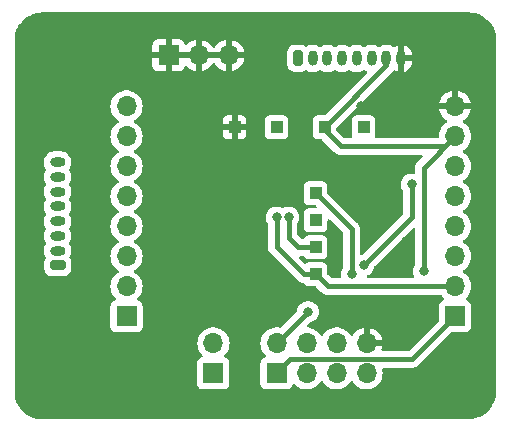
<source format=gbr>
%TF.GenerationSoftware,KiCad,Pcbnew,7.0.6*%
%TF.CreationDate,2023-07-26T19:14:02-07:00*%
%TF.ProjectId,connector_board,636f6e6e-6563-4746-9f72-5f626f617264,rev?*%
%TF.SameCoordinates,Original*%
%TF.FileFunction,Copper,L2,Bot*%
%TF.FilePolarity,Positive*%
%FSLAX46Y46*%
G04 Gerber Fmt 4.6, Leading zero omitted, Abs format (unit mm)*
G04 Created by KiCad (PCBNEW 7.0.6) date 2023-07-26 19:14:02*
%MOMM*%
%LPD*%
G01*
G04 APERTURE LIST*
G04 Aperture macros list*
%AMRoundRect*
0 Rectangle with rounded corners*
0 $1 Rounding radius*
0 $2 $3 $4 $5 $6 $7 $8 $9 X,Y pos of 4 corners*
0 Add a 4 corners polygon primitive as box body*
4,1,4,$2,$3,$4,$5,$6,$7,$8,$9,$2,$3,0*
0 Add four circle primitives for the rounded corners*
1,1,$1+$1,$2,$3*
1,1,$1+$1,$4,$5*
1,1,$1+$1,$6,$7*
1,1,$1+$1,$8,$9*
0 Add four rect primitives between the rounded corners*
20,1,$1+$1,$2,$3,$4,$5,0*
20,1,$1+$1,$4,$5,$6,$7,0*
20,1,$1+$1,$6,$7,$8,$9,0*
20,1,$1+$1,$8,$9,$2,$3,0*%
G04 Aperture macros list end*
%TA.AperFunction,ComponentPad*%
%ADD10C,2.800000*%
%TD*%
%TA.AperFunction,ComponentPad*%
%ADD11R,1.700000X1.700000*%
%TD*%
%TA.AperFunction,ComponentPad*%
%ADD12O,1.700000X1.700000*%
%TD*%
%TA.AperFunction,ComponentPad*%
%ADD13R,1.000000X1.000000*%
%TD*%
%TA.AperFunction,ComponentPad*%
%ADD14RoundRect,0.200000X-0.200000X-0.450000X0.200000X-0.450000X0.200000X0.450000X-0.200000X0.450000X0*%
%TD*%
%TA.AperFunction,ComponentPad*%
%ADD15O,0.800000X1.300000*%
%TD*%
%TA.AperFunction,ComponentPad*%
%ADD16RoundRect,0.200000X0.450000X-0.200000X0.450000X0.200000X-0.450000X0.200000X-0.450000X-0.200000X0*%
%TD*%
%TA.AperFunction,ComponentPad*%
%ADD17O,1.300000X0.800000*%
%TD*%
%TA.AperFunction,ViaPad*%
%ADD18C,0.800000*%
%TD*%
%TA.AperFunction,Conductor*%
%ADD19C,0.406400*%
%TD*%
G04 APERTURE END LIST*
D10*
%TO.P,TP12,1,1*%
%TO.N,GND*%
X109220000Y-83058000D03*
%TD*%
D11*
%TO.P,J5,1,Pin_1*%
%TO.N,/+EXT_BAT*%
X87620000Y-81534000D03*
D12*
%TO.P,J5,2,Pin_2*%
X87620000Y-78994000D03*
%TD*%
D13*
%TO.P,TP5,1,1*%
%TO.N,/3WB_CLK*%
X96266000Y-66294000D03*
%TD*%
D11*
%TO.P,J2,1,Pin_1*%
%TO.N,/+EXT_BAT*%
X108077000Y-76708000D03*
D12*
%TO.P,J2,2,Pin_2*%
%TO.N,/HARD_RESET*%
X108077000Y-74168000D03*
%TO.P,J2,3,Pin_3*%
%TO.N,/3WB_DATA*%
X108077000Y-71628000D03*
%TO.P,J2,4,Pin_4*%
%TO.N,/3WB_ENB*%
X108077000Y-69088000D03*
%TO.P,J2,5,Pin_5*%
%TO.N,/3WB_CLK*%
X108077000Y-66548000D03*
%TO.P,J2,6,Pin_6*%
%TO.N,/RsRx*%
X108077000Y-64008000D03*
%TO.P,J2,7,Pin_7*%
%TO.N,/RsTx*%
X108077000Y-61468000D03*
%TO.P,J2,8,Pin_8*%
%TO.N,GND*%
X108077000Y-58928000D03*
%TD*%
D13*
%TO.P,TP6,1,1*%
%TO.N,/RsRx*%
X100330000Y-60706000D03*
%TD*%
D11*
%TO.P,J7,1,Pin_1*%
%TO.N,/SCUM_GPIO0*%
X80264000Y-76708000D03*
D12*
%TO.P,J7,2,Pin_2*%
%TO.N,/SCUM_GPIO3*%
X80264000Y-74168000D03*
%TO.P,J7,3,Pin_3*%
%TO.N,/SCUM_GPIO4*%
X80264000Y-71628000D03*
%TO.P,J7,4,Pin_4*%
%TO.N,/SCUM_GPIO7*%
X80264000Y-69088000D03*
%TO.P,J7,5,Pin_5*%
%TO.N,/SCUM_GPIO13*%
X80264000Y-66548000D03*
%TO.P,J7,6,Pin_6*%
%TO.N,/SCUM_GPIO14*%
X80264000Y-64008000D03*
%TO.P,J7,7,Pin_7*%
%TO.N,/+1.8V_SCUM*%
X80264000Y-61468000D03*
%TO.P,J7,8,Pin_8*%
%TO.N,/+1.8V_ADS*%
X80264000Y-58928000D03*
%TD*%
D13*
%TO.P,TP8,1,1*%
%TO.N,GND*%
X89408000Y-60706000D03*
%TD*%
D14*
%TO.P,J1,1,Pin_1*%
%TO.N,/+EXT_BAT*%
X94762000Y-54864000D03*
D15*
%TO.P,J1,2,Pin_2*%
%TO.N,/HARD_RESET*%
X96012000Y-54864000D03*
%TO.P,J1,3,Pin_3*%
%TO.N,/3WB_DATA*%
X97262000Y-54864000D03*
%TO.P,J1,4,Pin_4*%
%TO.N,/3WB_ENB*%
X98512000Y-54864000D03*
%TO.P,J1,5,Pin_5*%
%TO.N,/3WB_CLK*%
X99762000Y-54864000D03*
%TO.P,J1,6,Pin_6*%
%TO.N,/RsRx*%
X101012000Y-54864000D03*
%TO.P,J1,7,Pin_7*%
%TO.N,/RsTx*%
X102262000Y-54864000D03*
%TO.P,J1,8,Pin_8*%
%TO.N,GND*%
X103512000Y-54864000D03*
%TD*%
D10*
%TO.P,TP9,1,1*%
%TO.N,GND*%
X73152000Y-53340000D03*
%TD*%
%TO.P,TP11,1,1*%
%TO.N,GND*%
X109220000Y-53340000D03*
%TD*%
D13*
%TO.P,TP3,1,1*%
%TO.N,/3WB_DATA*%
X96266000Y-70866000D03*
%TD*%
D10*
%TO.P,TP10,1,1*%
%TO.N,GND*%
X73152000Y-83058000D03*
%TD*%
D16*
%TO.P,J6,1,Pin_1*%
%TO.N,/SCUM_GPIO0*%
X74422000Y-72405000D03*
D17*
%TO.P,J6,2,Pin_2*%
%TO.N,/SCUM_GPIO3*%
X74422000Y-71155000D03*
%TO.P,J6,3,Pin_3*%
%TO.N,/SCUM_GPIO4*%
X74422000Y-69905000D03*
%TO.P,J6,4,Pin_4*%
%TO.N,/SCUM_GPIO7*%
X74422000Y-68655000D03*
%TO.P,J6,5,Pin_5*%
%TO.N,/SCUM_GPIO13*%
X74422000Y-67405000D03*
%TO.P,J6,6,Pin_6*%
%TO.N,/SCUM_GPIO14*%
X74422000Y-66155000D03*
%TO.P,J6,7,Pin_7*%
%TO.N,/+1.8V_SCUM*%
X74422000Y-64905000D03*
%TO.P,J6,8,Pin_8*%
%TO.N,/+1.8V_ADS*%
X74422000Y-63655000D03*
%TD*%
D13*
%TO.P,TP1,1,1*%
%TO.N,/+EXT_BAT*%
X92964000Y-60706000D03*
%TD*%
D11*
%TO.P,J4,1,Pin_1*%
%TO.N,GND*%
X83820000Y-54610000D03*
D12*
%TO.P,J4,2,Pin_2*%
X86360000Y-54610000D03*
%TO.P,J4,3,Pin_3*%
X88900000Y-54610000D03*
%TD*%
D11*
%TO.P,J3,1,Pin_1*%
%TO.N,/+EXT_BAT*%
X92964000Y-81534000D03*
D12*
%TO.P,J3,2,Pin_2*%
%TO.N,/HARD_RESET*%
X92964000Y-78994000D03*
%TO.P,J3,3,Pin_3*%
%TO.N,/3WB_DATA*%
X95504000Y-81534000D03*
%TO.P,J3,4,Pin_4*%
%TO.N,/3WB_ENB*%
X95504000Y-78994000D03*
%TO.P,J3,5,Pin_5*%
%TO.N,/3WB_CLK*%
X98044000Y-81534000D03*
%TO.P,J3,6,Pin_6*%
%TO.N,/RsRx*%
X98044000Y-78994000D03*
%TO.P,J3,7,Pin_7*%
%TO.N,/RsTx*%
X100584000Y-81534000D03*
%TO.P,J3,8,Pin_8*%
%TO.N,GND*%
X100584000Y-78994000D03*
%TD*%
D13*
%TO.P,TP7,1,1*%
%TO.N,/RsTx*%
X97028000Y-60706000D03*
%TD*%
%TO.P,TP4,1,1*%
%TO.N,/3WB_ENB*%
X96266000Y-68580000D03*
%TD*%
%TO.P,TP2,1,1*%
%TO.N,/HARD_RESET*%
X96266000Y-73152000D03*
%TD*%
D18*
%TO.N,GND*%
X100076000Y-58928000D03*
X97028000Y-58928000D03*
X100838000Y-67818000D03*
X90932000Y-74676000D03*
X88900000Y-57404000D03*
X100838000Y-65024000D03*
X103886000Y-75438000D03*
X103886000Y-70358000D03*
X83820000Y-57404000D03*
X103632000Y-58928000D03*
X103886000Y-72898000D03*
X101346000Y-75438000D03*
%TO.N,/RsTx*%
X105410000Y-72898000D03*
%TO.N,/RsRx*%
X104394000Y-65532000D03*
X100330000Y-72390000D03*
%TO.N,/3WB_CLK*%
X99314000Y-73152000D03*
%TO.N,/3WB_DATA*%
X93980000Y-68326000D03*
%TO.N,/HARD_RESET*%
X95631000Y-76327000D03*
X92964000Y-68326000D03*
%TD*%
D19*
%TO.N,/RsTx*%
X97028000Y-60960000D02*
X98386000Y-62318000D01*
X97028000Y-60706000D02*
X97028000Y-60960000D01*
X102262000Y-54864000D02*
X102262000Y-55472000D01*
X102262000Y-55472000D02*
X97028000Y-60706000D01*
X98386000Y-62318000D02*
X107227000Y-62318000D01*
X107227000Y-62318000D02*
X108077000Y-61468000D01*
X105410000Y-72898000D02*
X105410000Y-64135000D01*
X105410000Y-64135000D02*
X108077000Y-61468000D01*
%TO.N,/RsRx*%
X104394000Y-68326000D02*
X100330000Y-72390000D01*
X104394000Y-65532000D02*
X104394000Y-68326000D01*
%TO.N,/3WB_CLK*%
X99314000Y-73152000D02*
X99314000Y-69342000D01*
X99314000Y-69342000D02*
X96266000Y-66294000D01*
%TO.N,/3WB_DATA*%
X93980000Y-68326000D02*
X93980000Y-70104000D01*
X94742000Y-70866000D02*
X96266000Y-70866000D01*
X93980000Y-70104000D02*
X94742000Y-70866000D01*
%TO.N,/HARD_RESET*%
X92964000Y-70866000D02*
X95250000Y-73152000D01*
X97282000Y-74168000D02*
X97790000Y-74168000D01*
X92964000Y-68326000D02*
X92964000Y-70866000D01*
X95631000Y-76327000D02*
X92964000Y-78994000D01*
X108077000Y-74168000D02*
X97790000Y-74168000D01*
X96266000Y-73152000D02*
X97282000Y-74168000D01*
X95250000Y-73152000D02*
X96266000Y-73152000D01*
%TO.N,/+EXT_BAT*%
X94144200Y-80353800D02*
X104431200Y-80353800D01*
X92964000Y-81534000D02*
X94144200Y-80353800D01*
X104431200Y-80353800D02*
X108077000Y-76708000D01*
%TD*%
%TA.AperFunction,Conductor*%
%TO.N,GND*%
G36*
X104616333Y-69214329D02*
G01*
X104673168Y-69256876D01*
X104697979Y-69323396D01*
X104698300Y-69332385D01*
X104698300Y-72282485D01*
X104678298Y-72350606D01*
X104674239Y-72356542D01*
X104670959Y-72361055D01*
X104575476Y-72526438D01*
X104575473Y-72526444D01*
X104571625Y-72538288D01*
X104516457Y-72708072D01*
X104496496Y-72897999D01*
X104516457Y-73087927D01*
X104541530Y-73165091D01*
X104575473Y-73269556D01*
X104575476Y-73269562D01*
X104578160Y-73275590D01*
X104576375Y-73276384D01*
X104590908Y-73336305D01*
X104567682Y-73403395D01*
X104511871Y-73447278D01*
X104465051Y-73456300D01*
X100761466Y-73456300D01*
X100693345Y-73436298D01*
X100646852Y-73382642D01*
X100636748Y-73312368D01*
X100666242Y-73247788D01*
X100710215Y-73215194D01*
X100786752Y-73181118D01*
X100941253Y-73068866D01*
X100941256Y-73068863D01*
X100941257Y-73068863D01*
X101069034Y-72926951D01*
X101069035Y-72926949D01*
X101069040Y-72926944D01*
X101164527Y-72761556D01*
X101223542Y-72579928D01*
X101227918Y-72538287D01*
X101254930Y-72472631D01*
X101264124Y-72462370D01*
X104483207Y-69243288D01*
X104545517Y-69209264D01*
X104616333Y-69214329D01*
G37*
%TD.AperFunction*%
%TA.AperFunction,Conductor*%
G36*
X85900507Y-54400156D02*
G01*
X85860000Y-54538111D01*
X85860000Y-54681889D01*
X85900507Y-54819844D01*
X85928884Y-54864000D01*
X84251116Y-54864000D01*
X84279493Y-54819844D01*
X84320000Y-54681889D01*
X84320000Y-54538111D01*
X84279493Y-54400156D01*
X84251116Y-54356000D01*
X85928884Y-54356000D01*
X85900507Y-54400156D01*
G37*
%TD.AperFunction*%
%TA.AperFunction,Conductor*%
G36*
X88440507Y-54400156D02*
G01*
X88400000Y-54538111D01*
X88400000Y-54681889D01*
X88440507Y-54819844D01*
X88468884Y-54864000D01*
X86791116Y-54864000D01*
X86819493Y-54819844D01*
X86860000Y-54681889D01*
X86860000Y-54538111D01*
X86819493Y-54400156D01*
X86791116Y-54356000D01*
X88468884Y-54356000D01*
X88440507Y-54400156D01*
G37*
%TD.AperFunction*%
%TA.AperFunction,Conductor*%
G36*
X109221957Y-50973622D02*
G01*
X109509937Y-50991570D01*
X109517692Y-50992540D01*
X109799288Y-51045745D01*
X109806881Y-51047675D01*
X110079697Y-51135434D01*
X110086968Y-51138284D01*
X110346771Y-51259238D01*
X110353650Y-51262978D01*
X110596422Y-51415254D01*
X110602774Y-51419812D01*
X110824755Y-51601051D01*
X110830509Y-51606378D01*
X111028259Y-51813770D01*
X111033309Y-51819774D01*
X111203777Y-52050114D01*
X111208043Y-52056699D01*
X111348589Y-52306420D01*
X111352004Y-52313483D01*
X111460456Y-52578727D01*
X111462967Y-52586157D01*
X111537645Y-52862819D01*
X111539212Y-52870493D01*
X111559086Y-53012391D01*
X111578960Y-53154287D01*
X111579562Y-53162104D01*
X111582143Y-53338096D01*
X111583792Y-53450599D01*
X111583728Y-53454520D01*
X111581556Y-53500099D01*
X111581558Y-53500110D01*
X111582050Y-53501912D01*
X111586499Y-53535098D01*
X111586499Y-82878552D01*
X111585941Y-82886925D01*
X111585452Y-82890569D01*
X111586330Y-82927425D01*
X111586500Y-82934575D01*
X111586500Y-82940467D01*
X111580345Y-83108443D01*
X111575969Y-83227851D01*
X111575231Y-83235430D01*
X111530369Y-83517980D01*
X111528723Y-83525415D01*
X111450135Y-83800487D01*
X111447604Y-83807669D01*
X111336427Y-84071276D01*
X111333050Y-84078101D01*
X111190914Y-84326376D01*
X111186738Y-84332743D01*
X111015712Y-84562076D01*
X111010800Y-84567895D01*
X110813378Y-84774940D01*
X110807800Y-84780123D01*
X110586855Y-84961867D01*
X110580693Y-84966340D01*
X110339453Y-85120125D01*
X110332797Y-85123823D01*
X110074780Y-85247410D01*
X110067726Y-85250279D01*
X109796704Y-85341860D01*
X109789356Y-85343858D01*
X109509260Y-85402105D01*
X109501725Y-85403202D01*
X109216244Y-85427297D01*
X109210938Y-85427520D01*
X73336189Y-85424504D01*
X73322213Y-85422633D01*
X73322101Y-85423659D01*
X73312248Y-85422576D01*
X73312247Y-85422576D01*
X73311050Y-85422633D01*
X73273359Y-85424427D01*
X73270363Y-85424498D01*
X73248396Y-85424498D01*
X73246474Y-85424572D01*
X72973871Y-85420575D01*
X72966055Y-85419973D01*
X72823973Y-85400073D01*
X72681889Y-85380173D01*
X72674215Y-85378606D01*
X72397190Y-85303830D01*
X72389760Y-85301319D01*
X72124167Y-85192725D01*
X72117103Y-85189310D01*
X71867055Y-85048579D01*
X71860471Y-85044313D01*
X71629829Y-84873622D01*
X71623825Y-84868572D01*
X71416161Y-84670562D01*
X71410831Y-84664805D01*
X71349141Y-84589247D01*
X71229357Y-84442536D01*
X71224799Y-84436184D01*
X71072319Y-84193088D01*
X71068583Y-84186215D01*
X70947470Y-83926070D01*
X70944620Y-83918799D01*
X70856747Y-83645628D01*
X70854816Y-83638031D01*
X70801545Y-83356081D01*
X70800571Y-83348296D01*
X70792475Y-83218405D01*
X70785622Y-83108443D01*
X70785500Y-83104523D01*
X70785500Y-78994000D01*
X86256844Y-78994000D01*
X86274232Y-79203844D01*
X86275437Y-79218375D01*
X86330702Y-79436612D01*
X86330703Y-79436613D01*
X86421141Y-79642793D01*
X86544275Y-79831265D01*
X86544280Y-79831270D01*
X86687475Y-79986820D01*
X86718896Y-80050485D01*
X86710909Y-80121031D01*
X86666051Y-80176060D01*
X86638807Y-80190213D01*
X86523797Y-80233110D01*
X86523792Y-80233112D01*
X86406738Y-80320738D01*
X86319112Y-80437792D01*
X86319110Y-80437797D01*
X86268011Y-80574795D01*
X86268009Y-80574803D01*
X86261500Y-80635350D01*
X86261500Y-82432649D01*
X86268009Y-82493196D01*
X86268011Y-82493204D01*
X86319110Y-82630202D01*
X86319112Y-82630207D01*
X86406738Y-82747261D01*
X86523792Y-82834887D01*
X86523794Y-82834888D01*
X86523796Y-82834889D01*
X86578900Y-82855442D01*
X86660795Y-82885988D01*
X86660803Y-82885990D01*
X86721350Y-82892499D01*
X86721355Y-82892499D01*
X86721362Y-82892500D01*
X86721368Y-82892500D01*
X88518632Y-82892500D01*
X88518638Y-82892500D01*
X88518645Y-82892499D01*
X88518649Y-82892499D01*
X88579196Y-82885990D01*
X88579199Y-82885989D01*
X88579201Y-82885989D01*
X88716204Y-82834889D01*
X88786399Y-82782342D01*
X88833261Y-82747261D01*
X88920887Y-82630207D01*
X88920887Y-82630206D01*
X88920889Y-82630204D01*
X88971989Y-82493201D01*
X88976085Y-82455107D01*
X88978499Y-82432649D01*
X88978500Y-82432632D01*
X88978500Y-80635367D01*
X88978499Y-80635350D01*
X88971990Y-80574803D01*
X88971988Y-80574795D01*
X88920889Y-80437797D01*
X88920887Y-80437792D01*
X88833261Y-80320738D01*
X88716207Y-80233112D01*
X88716203Y-80233110D01*
X88601192Y-80190213D01*
X88544356Y-80147667D01*
X88519546Y-80081146D01*
X88534638Y-80011772D01*
X88552525Y-79986820D01*
X88695714Y-79831277D01*
X88695724Y-79831265D01*
X88702441Y-79820983D01*
X88818860Y-79642791D01*
X88909296Y-79436616D01*
X88964564Y-79218368D01*
X88983156Y-78994000D01*
X91600844Y-78994000D01*
X91618232Y-79203844D01*
X91619437Y-79218375D01*
X91674702Y-79436612D01*
X91674703Y-79436613D01*
X91765141Y-79642793D01*
X91888275Y-79831265D01*
X91888280Y-79831270D01*
X92031475Y-79986820D01*
X92062896Y-80050485D01*
X92054909Y-80121031D01*
X92010051Y-80176060D01*
X91982807Y-80190213D01*
X91867797Y-80233110D01*
X91867792Y-80233112D01*
X91750738Y-80320738D01*
X91663112Y-80437792D01*
X91663110Y-80437797D01*
X91612011Y-80574795D01*
X91612009Y-80574803D01*
X91605500Y-80635350D01*
X91605500Y-82432649D01*
X91612009Y-82493196D01*
X91612011Y-82493204D01*
X91663110Y-82630202D01*
X91663112Y-82630207D01*
X91750738Y-82747261D01*
X91867792Y-82834887D01*
X91867794Y-82834888D01*
X91867796Y-82834889D01*
X91922900Y-82855442D01*
X92004795Y-82885988D01*
X92004803Y-82885990D01*
X92065350Y-82892499D01*
X92065355Y-82892499D01*
X92065362Y-82892500D01*
X92065368Y-82892500D01*
X93862632Y-82892500D01*
X93862638Y-82892500D01*
X93862645Y-82892499D01*
X93862649Y-82892499D01*
X93923196Y-82885990D01*
X93923199Y-82885989D01*
X93923201Y-82885989D01*
X94060204Y-82834889D01*
X94130399Y-82782342D01*
X94177261Y-82747261D01*
X94264886Y-82630208D01*
X94264885Y-82630208D01*
X94264889Y-82630204D01*
X94308999Y-82511939D01*
X94351545Y-82455107D01*
X94418066Y-82430296D01*
X94487440Y-82445388D01*
X94519753Y-82470635D01*
X94540529Y-82493204D01*
X94580762Y-82536908D01*
X94635331Y-82579381D01*
X94758424Y-82675189D01*
X94956426Y-82782342D01*
X94956427Y-82782342D01*
X94956428Y-82782343D01*
X95068227Y-82820723D01*
X95169365Y-82855444D01*
X95391431Y-82892500D01*
X95391435Y-82892500D01*
X95616565Y-82892500D01*
X95616569Y-82892500D01*
X95838635Y-82855444D01*
X96051574Y-82782342D01*
X96249576Y-82675189D01*
X96427240Y-82536906D01*
X96579722Y-82371268D01*
X96668518Y-82235354D01*
X96722520Y-82189268D01*
X96792868Y-82179692D01*
X96857225Y-82209669D01*
X96879480Y-82235353D01*
X96912607Y-82286058D01*
X96968275Y-82371265D01*
X96968279Y-82371270D01*
X97120762Y-82536908D01*
X97175331Y-82579381D01*
X97298424Y-82675189D01*
X97496426Y-82782342D01*
X97496427Y-82782342D01*
X97496428Y-82782343D01*
X97608227Y-82820723D01*
X97709365Y-82855444D01*
X97931431Y-82892500D01*
X97931435Y-82892500D01*
X98156565Y-82892500D01*
X98156569Y-82892500D01*
X98378635Y-82855444D01*
X98591574Y-82782342D01*
X98789576Y-82675189D01*
X98967240Y-82536906D01*
X99119722Y-82371268D01*
X99208519Y-82235353D01*
X99262518Y-82189268D01*
X99332866Y-82179692D01*
X99397224Y-82209668D01*
X99419482Y-82235356D01*
X99508275Y-82371265D01*
X99508279Y-82371270D01*
X99660762Y-82536908D01*
X99715331Y-82579381D01*
X99838424Y-82675189D01*
X100036426Y-82782342D01*
X100036427Y-82782342D01*
X100036428Y-82782343D01*
X100148227Y-82820723D01*
X100249365Y-82855444D01*
X100471431Y-82892500D01*
X100471435Y-82892500D01*
X100696565Y-82892500D01*
X100696569Y-82892500D01*
X100918635Y-82855444D01*
X101131574Y-82782342D01*
X101329576Y-82675189D01*
X101507240Y-82536906D01*
X101659722Y-82371268D01*
X101782860Y-82182791D01*
X101873296Y-81976616D01*
X101928564Y-81758368D01*
X101947156Y-81534000D01*
X101928564Y-81309632D01*
X101906481Y-81222432D01*
X101909149Y-81151485D01*
X101949749Y-81093243D01*
X102015392Y-81066197D01*
X102028626Y-81065500D01*
X104407788Y-81065500D01*
X104411592Y-81065614D01*
X104474487Y-81069420D01*
X104522745Y-81060575D01*
X104536487Y-81058057D01*
X104540237Y-81057486D01*
X104602772Y-81049894D01*
X104612390Y-81046245D01*
X104634370Y-81040119D01*
X104644483Y-81038266D01*
X104644484Y-81038265D01*
X104644487Y-81038265D01*
X104701962Y-81012397D01*
X104705425Y-81010962D01*
X104764373Y-80988607D01*
X104772849Y-80982756D01*
X104792706Y-80971557D01*
X104802093Y-80967333D01*
X104851711Y-80928458D01*
X104854735Y-80926233D01*
X104906611Y-80890428D01*
X104948407Y-80843247D01*
X104950977Y-80840517D01*
X107688090Y-78103405D01*
X107750403Y-78069379D01*
X107777186Y-78066500D01*
X108975632Y-78066500D01*
X108975638Y-78066500D01*
X108975645Y-78066499D01*
X108975649Y-78066499D01*
X109036196Y-78059990D01*
X109036199Y-78059989D01*
X109036201Y-78059989D01*
X109173204Y-78008889D01*
X109196976Y-77991094D01*
X109290261Y-77921261D01*
X109377887Y-77804207D01*
X109377887Y-77804206D01*
X109377889Y-77804204D01*
X109428989Y-77667201D01*
X109429806Y-77659607D01*
X109435499Y-77606649D01*
X109435500Y-77606632D01*
X109435500Y-75809367D01*
X109435499Y-75809350D01*
X109428990Y-75748803D01*
X109428988Y-75748795D01*
X109391443Y-75648135D01*
X109377889Y-75611796D01*
X109377888Y-75611794D01*
X109377887Y-75611792D01*
X109290261Y-75494738D01*
X109173207Y-75407112D01*
X109173203Y-75407110D01*
X109058192Y-75364213D01*
X109001356Y-75321667D01*
X108976546Y-75255146D01*
X108991638Y-75185772D01*
X109009525Y-75160820D01*
X109152714Y-75005277D01*
X109152724Y-75005265D01*
X109197465Y-74936784D01*
X109275860Y-74816791D01*
X109366296Y-74610616D01*
X109421564Y-74392368D01*
X109440156Y-74168000D01*
X109421564Y-73943632D01*
X109402100Y-73866770D01*
X109366297Y-73725387D01*
X109366296Y-73725386D01*
X109366296Y-73725384D01*
X109275860Y-73519209D01*
X109220807Y-73434944D01*
X109152724Y-73330734D01*
X109152720Y-73330729D01*
X109001824Y-73166815D01*
X109000240Y-73165094D01*
X109000239Y-73165093D01*
X109000237Y-73165091D01*
X108901097Y-73087927D01*
X108822576Y-73026811D01*
X108789319Y-73008813D01*
X108738929Y-72958802D01*
X108723576Y-72889485D01*
X108748136Y-72822872D01*
X108789320Y-72787186D01*
X108822576Y-72769189D01*
X109000240Y-72630906D01*
X109152722Y-72465268D01*
X109275860Y-72276791D01*
X109366296Y-72070616D01*
X109421564Y-71852368D01*
X109440156Y-71628000D01*
X109421564Y-71403632D01*
X109417051Y-71385810D01*
X109366297Y-71185387D01*
X109366296Y-71185386D01*
X109366296Y-71185384D01*
X109275860Y-70979209D01*
X109230177Y-70909286D01*
X109152724Y-70790734D01*
X109152720Y-70790729D01*
X109000237Y-70625091D01*
X108918382Y-70561381D01*
X108822576Y-70486811D01*
X108789319Y-70468813D01*
X108738929Y-70418802D01*
X108723576Y-70349485D01*
X108748136Y-70282872D01*
X108789320Y-70247186D01*
X108822576Y-70229189D01*
X109000240Y-70090906D01*
X109152722Y-69925268D01*
X109275860Y-69736791D01*
X109366296Y-69530616D01*
X109421564Y-69312368D01*
X109440156Y-69088000D01*
X109421564Y-68863632D01*
X109366296Y-68645384D01*
X109275860Y-68439209D01*
X109269140Y-68428924D01*
X109152724Y-68250734D01*
X109152720Y-68250729D01*
X109017701Y-68104062D01*
X109000240Y-68085094D01*
X109000239Y-68085093D01*
X109000237Y-68085091D01*
X108911794Y-68016253D01*
X108822576Y-67946811D01*
X108789319Y-67928813D01*
X108738929Y-67878802D01*
X108723576Y-67809485D01*
X108748136Y-67742872D01*
X108789320Y-67707186D01*
X108822576Y-67689189D01*
X109000240Y-67550906D01*
X109152722Y-67385268D01*
X109275860Y-67196791D01*
X109366296Y-66990616D01*
X109421564Y-66772368D01*
X109440156Y-66548000D01*
X109421564Y-66323632D01*
X109366296Y-66105384D01*
X109275860Y-65899209D01*
X109258548Y-65872711D01*
X109152724Y-65710734D01*
X109152720Y-65710729D01*
X109002727Y-65547796D01*
X109000240Y-65545094D01*
X109000239Y-65545093D01*
X109000237Y-65545091D01*
X108901243Y-65468041D01*
X108822576Y-65406811D01*
X108822569Y-65406807D01*
X108789318Y-65388812D01*
X108738928Y-65338798D01*
X108723576Y-65269481D01*
X108748137Y-65202869D01*
X108789315Y-65167188D01*
X108822576Y-65149189D01*
X109000240Y-65010906D01*
X109152722Y-64845268D01*
X109275860Y-64656791D01*
X109366296Y-64450616D01*
X109421564Y-64232368D01*
X109440156Y-64008000D01*
X109421564Y-63783632D01*
X109390152Y-63659589D01*
X109366297Y-63565387D01*
X109366296Y-63565386D01*
X109366296Y-63565384D01*
X109275860Y-63359209D01*
X109269140Y-63348924D01*
X109152724Y-63170734D01*
X109152720Y-63170729D01*
X109026499Y-63033619D01*
X109000240Y-63005094D01*
X109000239Y-63005093D01*
X109000237Y-63005091D01*
X108911152Y-62935753D01*
X108822576Y-62866811D01*
X108822569Y-62866807D01*
X108789318Y-62848812D01*
X108738928Y-62798798D01*
X108723576Y-62729481D01*
X108748137Y-62662869D01*
X108789315Y-62627188D01*
X108822576Y-62609189D01*
X109000240Y-62470906D01*
X109152722Y-62305268D01*
X109275860Y-62116791D01*
X109366296Y-61910616D01*
X109421564Y-61692368D01*
X109440156Y-61468000D01*
X109421564Y-61243632D01*
X109366296Y-61025384D01*
X109275860Y-60819209D01*
X109265626Y-60803545D01*
X109152724Y-60630734D01*
X109152720Y-60630729D01*
X109000237Y-60465091D01*
X108918382Y-60401381D01*
X108822576Y-60326811D01*
X108788792Y-60308528D01*
X108738402Y-60258516D01*
X108723050Y-60189199D01*
X108747610Y-60122586D01*
X108788793Y-60086901D01*
X108822300Y-60068767D01*
X108822301Y-60068767D01*
X108999902Y-59930534D01*
X109152325Y-59764958D01*
X109275419Y-59576548D01*
X109365820Y-59370456D01*
X109365823Y-59370449D01*
X109413544Y-59182000D01*
X108508116Y-59182000D01*
X108536493Y-59137844D01*
X108577000Y-58999889D01*
X108577000Y-58856111D01*
X108536493Y-58718156D01*
X108508116Y-58674000D01*
X109413544Y-58674000D01*
X109413544Y-58673999D01*
X109365823Y-58485550D01*
X109365820Y-58485543D01*
X109275419Y-58279451D01*
X109152325Y-58091041D01*
X108999902Y-57925465D01*
X108822301Y-57787232D01*
X108822300Y-57787231D01*
X108624371Y-57680117D01*
X108624369Y-57680116D01*
X108411512Y-57607043D01*
X108411501Y-57607040D01*
X108331000Y-57593606D01*
X108331000Y-58494325D01*
X108219315Y-58443320D01*
X108112763Y-58428000D01*
X108041237Y-58428000D01*
X107934685Y-58443320D01*
X107822999Y-58494325D01*
X107822999Y-57593607D01*
X107822998Y-57593606D01*
X107742484Y-57607043D01*
X107529631Y-57680116D01*
X107529628Y-57680117D01*
X107331699Y-57787231D01*
X107331698Y-57787232D01*
X107154097Y-57925465D01*
X107001674Y-58091041D01*
X106878580Y-58279451D01*
X106788179Y-58485543D01*
X106788176Y-58485550D01*
X106740455Y-58673999D01*
X106740456Y-58674000D01*
X107645884Y-58674000D01*
X107617507Y-58718156D01*
X107577000Y-58856111D01*
X107577000Y-58999889D01*
X107617507Y-59137844D01*
X107645884Y-59182000D01*
X106740455Y-59182000D01*
X106788176Y-59370449D01*
X106788179Y-59370456D01*
X106878580Y-59576548D01*
X107001674Y-59764958D01*
X107154097Y-59930534D01*
X107331698Y-60068767D01*
X107331704Y-60068771D01*
X107365207Y-60086902D01*
X107415597Y-60136915D01*
X107430949Y-60206232D01*
X107406388Y-60272845D01*
X107365207Y-60308528D01*
X107331430Y-60326807D01*
X107331424Y-60326811D01*
X107153762Y-60465091D01*
X107001279Y-60630729D01*
X107001275Y-60630734D01*
X106878141Y-60819206D01*
X106787703Y-61025386D01*
X106787702Y-61025387D01*
X106732437Y-61243624D01*
X106732436Y-61243630D01*
X106732436Y-61243632D01*
X106716474Y-61436267D01*
X106713844Y-61468004D01*
X106713844Y-61468005D01*
X106714001Y-61469902D01*
X106713844Y-61470664D01*
X106713844Y-61473211D01*
X106713320Y-61473211D01*
X106699689Y-61539441D01*
X106650053Y-61590203D01*
X106588431Y-61606300D01*
X101404888Y-61606300D01*
X101336767Y-61586298D01*
X101290274Y-61532642D01*
X101280170Y-61462368D01*
X101286833Y-61436267D01*
X101331988Y-61315204D01*
X101331990Y-61315196D01*
X101338499Y-61254649D01*
X101338500Y-61254632D01*
X101338500Y-60157367D01*
X101338499Y-60157350D01*
X101331990Y-60096803D01*
X101331988Y-60096795D01*
X101280978Y-59960035D01*
X101280889Y-59959796D01*
X101280888Y-59959794D01*
X101280887Y-59959792D01*
X101193261Y-59842738D01*
X101076207Y-59755112D01*
X101076202Y-59755110D01*
X100939204Y-59704011D01*
X100939196Y-59704009D01*
X100878649Y-59697500D01*
X100878638Y-59697500D01*
X99781362Y-59697500D01*
X99781350Y-59697500D01*
X99720803Y-59704009D01*
X99720795Y-59704011D01*
X99583797Y-59755110D01*
X99583792Y-59755112D01*
X99466738Y-59842738D01*
X99379112Y-59959792D01*
X99379110Y-59959797D01*
X99328011Y-60096795D01*
X99328009Y-60096803D01*
X99321500Y-60157350D01*
X99321500Y-61254649D01*
X99328009Y-61315196D01*
X99328011Y-61315204D01*
X99373167Y-61436267D01*
X99378233Y-61507082D01*
X99344208Y-61569395D01*
X99281896Y-61603420D01*
X99255112Y-61606300D01*
X98732986Y-61606300D01*
X98664865Y-61586298D01*
X98643895Y-61569399D01*
X98073404Y-60998908D01*
X98039379Y-60936596D01*
X98036500Y-60909813D01*
X98036500Y-60756185D01*
X98056502Y-60688064D01*
X98073400Y-60667095D01*
X102748717Y-55991777D01*
X102751447Y-55989207D01*
X102798628Y-55947411D01*
X102830736Y-55900891D01*
X102885890Y-55856193D01*
X102956459Y-55848407D01*
X103008493Y-55870531D01*
X103055497Y-55904681D01*
X103055497Y-55904682D01*
X103229864Y-55982315D01*
X103229868Y-55982317D01*
X103258000Y-55988295D01*
X103258000Y-55118000D01*
X103766000Y-55118000D01*
X103766000Y-55988295D01*
X103794131Y-55982317D01*
X103794135Y-55982315D01*
X103968505Y-55904680D01*
X104122917Y-55792493D01*
X104250636Y-55650645D01*
X104346067Y-55485353D01*
X104346071Y-55485345D01*
X104405051Y-55303824D01*
X104419999Y-55161597D01*
X104420000Y-55161589D01*
X104420000Y-55118000D01*
X103766000Y-55118000D01*
X103258000Y-55118000D01*
X103258000Y-54868514D01*
X103276505Y-54961545D01*
X103331760Y-55044240D01*
X103414455Y-55099495D01*
X103487376Y-55114000D01*
X103536624Y-55114000D01*
X103609545Y-55099495D01*
X103692240Y-55044240D01*
X103747495Y-54961545D01*
X103766898Y-54864000D01*
X103747495Y-54766455D01*
X103692240Y-54683760D01*
X103609545Y-54628505D01*
X103536624Y-54614000D01*
X103487376Y-54614000D01*
X103414455Y-54628505D01*
X103331760Y-54683760D01*
X103276505Y-54766455D01*
X103258000Y-54859485D01*
X103258000Y-53739703D01*
X103766000Y-53739703D01*
X103766000Y-54610000D01*
X104420000Y-54610000D01*
X104420000Y-54566410D01*
X104419999Y-54566402D01*
X104405051Y-54424175D01*
X104346071Y-54242654D01*
X104346067Y-54242646D01*
X104250636Y-54077354D01*
X104122917Y-53935506D01*
X103968505Y-53823319D01*
X103794130Y-53745682D01*
X103766000Y-53739703D01*
X103258000Y-53739703D01*
X103257999Y-53739703D01*
X103229869Y-53745682D01*
X103055494Y-53823319D01*
X102961485Y-53891621D01*
X102894617Y-53915480D01*
X102825465Y-53899399D01*
X102813363Y-53891621D01*
X102718752Y-53822882D01*
X102544288Y-53745206D01*
X102357487Y-53705500D01*
X102166513Y-53705500D01*
X101979711Y-53745206D01*
X101805247Y-53822882D01*
X101711061Y-53891313D01*
X101644193Y-53915172D01*
X101575042Y-53899091D01*
X101562939Y-53891313D01*
X101468752Y-53822882D01*
X101294288Y-53745206D01*
X101107487Y-53705500D01*
X100916513Y-53705500D01*
X100729711Y-53745206D01*
X100555247Y-53822882D01*
X100461061Y-53891313D01*
X100394193Y-53915172D01*
X100325042Y-53899091D01*
X100312939Y-53891313D01*
X100218752Y-53822882D01*
X100044288Y-53745206D01*
X99857487Y-53705500D01*
X99666513Y-53705500D01*
X99479711Y-53745206D01*
X99305248Y-53822882D01*
X99211059Y-53891314D01*
X99144192Y-53915172D01*
X99075040Y-53899091D01*
X99062940Y-53891314D01*
X98968752Y-53822882D01*
X98794288Y-53745206D01*
X98607487Y-53705500D01*
X98416513Y-53705500D01*
X98229711Y-53745206D01*
X98055247Y-53822882D01*
X97961061Y-53891313D01*
X97894193Y-53915172D01*
X97825042Y-53899091D01*
X97812939Y-53891313D01*
X97718752Y-53822882D01*
X97544288Y-53745206D01*
X97357487Y-53705500D01*
X97166513Y-53705500D01*
X96979711Y-53745206D01*
X96805247Y-53822882D01*
X96711061Y-53891313D01*
X96644193Y-53915172D01*
X96575042Y-53899091D01*
X96562939Y-53891313D01*
X96468752Y-53822882D01*
X96294288Y-53745206D01*
X96107487Y-53705500D01*
X95916513Y-53705500D01*
X95729711Y-53745206D01*
X95555246Y-53822882D01*
X95531370Y-53840230D01*
X95464502Y-53864088D01*
X95395350Y-53848006D01*
X95392142Y-53846131D01*
X95254913Y-53763173D01*
X95254912Y-53763172D01*
X95254911Y-53763172D01*
X95254906Y-53763170D01*
X95090646Y-53711986D01*
X95038722Y-53707268D01*
X95019265Y-53705500D01*
X95019262Y-53705500D01*
X94504738Y-53705500D01*
X94433353Y-53711986D01*
X94433352Y-53711986D01*
X94269093Y-53763170D01*
X94269088Y-53763172D01*
X94121844Y-53852184D01*
X94121839Y-53852188D01*
X94000188Y-53973839D01*
X94000184Y-53973844D01*
X93911172Y-54121088D01*
X93911170Y-54121093D01*
X93859986Y-54285353D01*
X93853500Y-54356737D01*
X93853500Y-55371261D01*
X93859986Y-55442646D01*
X93859986Y-55442647D01*
X93911170Y-55606906D01*
X93911172Y-55606911D01*
X93911173Y-55606913D01*
X93971052Y-55705965D01*
X94000184Y-55754155D01*
X94000188Y-55754160D01*
X94121839Y-55875811D01*
X94121844Y-55875815D01*
X94121845Y-55875816D01*
X94269087Y-55964827D01*
X94269091Y-55964828D01*
X94269093Y-55964829D01*
X94297506Y-55973682D01*
X94433351Y-56016013D01*
X94504735Y-56022500D01*
X95019264Y-56022499D01*
X95090649Y-56016013D01*
X95254913Y-55964827D01*
X95392128Y-55881876D01*
X95460769Y-55863753D01*
X95528315Y-55885618D01*
X95531361Y-55887763D01*
X95555248Y-55905118D01*
X95729712Y-55982794D01*
X95916513Y-56022500D01*
X96107487Y-56022500D01*
X96294288Y-55982794D01*
X96468752Y-55905118D01*
X96562942Y-55836684D01*
X96629806Y-55812828D01*
X96698958Y-55828908D01*
X96711043Y-55836673D01*
X96805248Y-55905118D01*
X96979712Y-55982794D01*
X97166513Y-56022500D01*
X97357487Y-56022500D01*
X97544288Y-55982794D01*
X97718752Y-55905118D01*
X97812938Y-55836687D01*
X97879807Y-55812828D01*
X97948958Y-55828909D01*
X97961061Y-55836687D01*
X98055248Y-55905118D01*
X98229712Y-55982794D01*
X98416513Y-56022500D01*
X98607487Y-56022500D01*
X98794288Y-55982794D01*
X98968752Y-55905118D01*
X99062938Y-55836687D01*
X99129807Y-55812828D01*
X99198958Y-55828909D01*
X99211061Y-55836687D01*
X99305248Y-55905118D01*
X99479712Y-55982794D01*
X99666513Y-56022500D01*
X99857487Y-56022500D01*
X100044288Y-55982794D01*
X100218752Y-55905118D01*
X100312938Y-55836687D01*
X100379807Y-55812828D01*
X100448958Y-55828909D01*
X100461061Y-55836687D01*
X100555248Y-55905118D01*
X100572606Y-55912846D01*
X100626702Y-55958823D01*
X100647353Y-56026750D01*
X100628003Y-56095059D01*
X100610454Y-56117048D01*
X97066909Y-59660595D01*
X97004597Y-59694620D01*
X96977814Y-59697500D01*
X96479350Y-59697500D01*
X96418803Y-59704009D01*
X96418795Y-59704011D01*
X96281797Y-59755110D01*
X96281792Y-59755112D01*
X96164738Y-59842738D01*
X96077112Y-59959792D01*
X96077110Y-59959797D01*
X96026011Y-60096795D01*
X96026009Y-60096803D01*
X96019500Y-60157350D01*
X96019500Y-61254649D01*
X96026009Y-61315196D01*
X96026011Y-61315204D01*
X96077110Y-61452202D01*
X96077112Y-61452207D01*
X96164738Y-61569261D01*
X96281792Y-61656887D01*
X96281794Y-61656888D01*
X96281796Y-61656889D01*
X96340875Y-61678924D01*
X96418795Y-61707988D01*
X96418803Y-61707990D01*
X96479350Y-61714499D01*
X96479355Y-61714499D01*
X96479362Y-61714500D01*
X96723814Y-61714500D01*
X96791935Y-61734502D01*
X96812909Y-61751405D01*
X97866205Y-62804701D01*
X97868798Y-62807456D01*
X97880333Y-62820476D01*
X97910589Y-62854628D01*
X97910590Y-62854629D01*
X97962460Y-62890432D01*
X97965513Y-62892677D01*
X98015107Y-62931532D01*
X98024486Y-62935753D01*
X98044354Y-62946958D01*
X98052827Y-62952807D01*
X98111749Y-62975153D01*
X98115262Y-62976608D01*
X98172713Y-63002465D01*
X98182835Y-63004319D01*
X98204803Y-63010444D01*
X98214425Y-63014093D01*
X98214428Y-63014094D01*
X98276971Y-63021687D01*
X98280711Y-63022256D01*
X98342713Y-63033620D01*
X98405607Y-63029814D01*
X98409412Y-63029700D01*
X105204613Y-63029700D01*
X105272734Y-63049702D01*
X105319227Y-63103358D01*
X105329331Y-63173632D01*
X105299837Y-63238212D01*
X105293708Y-63244796D01*
X104923304Y-63615198D01*
X104920533Y-63617806D01*
X104873372Y-63659587D01*
X104837573Y-63711450D01*
X104835319Y-63714513D01*
X104796465Y-63764108D01*
X104796465Y-63764109D01*
X104792238Y-63773500D01*
X104781047Y-63793342D01*
X104775198Y-63801816D01*
X104775192Y-63801829D01*
X104752842Y-63860755D01*
X104751387Y-63864268D01*
X104725536Y-63921710D01*
X104725535Y-63921714D01*
X104723679Y-63931840D01*
X104717559Y-63953794D01*
X104713905Y-63963429D01*
X104706313Y-64025957D01*
X104705740Y-64029720D01*
X104694380Y-64091710D01*
X104698184Y-64154604D01*
X104698299Y-64158408D01*
X104698299Y-64512287D01*
X104678297Y-64580408D01*
X104624641Y-64626901D01*
X104554367Y-64637005D01*
X104546102Y-64635534D01*
X104489487Y-64623500D01*
X104298513Y-64623500D01*
X104111711Y-64663206D01*
X103937247Y-64740882D01*
X103782744Y-64853135D01*
X103654965Y-64995048D01*
X103654958Y-64995058D01*
X103565971Y-65149189D01*
X103559473Y-65160444D01*
X103557283Y-65167184D01*
X103500457Y-65342072D01*
X103480496Y-65531999D01*
X103500457Y-65721927D01*
X103530526Y-65814470D01*
X103559473Y-65903556D01*
X103559476Y-65903561D01*
X103654958Y-66068941D01*
X103658236Y-66073453D01*
X103682094Y-66140321D01*
X103682299Y-66147513D01*
X103682299Y-67979014D01*
X103662297Y-68047135D01*
X103645394Y-68068109D01*
X100257718Y-71455784D01*
X100195406Y-71489810D01*
X100194819Y-71489936D01*
X100177896Y-71493533D01*
X100107105Y-71488130D01*
X100050473Y-71445313D01*
X100025980Y-71378676D01*
X100025700Y-71370286D01*
X100025700Y-69365411D01*
X100025815Y-69361606D01*
X100026271Y-69354061D01*
X100029620Y-69298713D01*
X100018256Y-69236711D01*
X100017687Y-69232971D01*
X100010094Y-69170428D01*
X100006444Y-69160803D01*
X100000319Y-69138832D01*
X99998465Y-69128713D01*
X99998463Y-69128710D01*
X99998463Y-69128707D01*
X99972608Y-69071261D01*
X99971151Y-69067743D01*
X99948810Y-69008834D01*
X99948808Y-69008831D01*
X99948807Y-69008827D01*
X99942956Y-69000351D01*
X99931760Y-68980500D01*
X99927533Y-68971107D01*
X99888671Y-68921504D01*
X99886432Y-68918461D01*
X99850628Y-68866589D01*
X99820603Y-68839989D01*
X99803456Y-68824798D01*
X99800701Y-68822205D01*
X97311405Y-66332908D01*
X97277379Y-66270597D01*
X97274500Y-66243814D01*
X97274500Y-65745367D01*
X97274499Y-65745350D01*
X97267990Y-65684803D01*
X97267988Y-65684795D01*
X97216889Y-65547797D01*
X97216887Y-65547792D01*
X97129261Y-65430738D01*
X97012207Y-65343112D01*
X97012202Y-65343110D01*
X96875204Y-65292011D01*
X96875196Y-65292009D01*
X96814649Y-65285500D01*
X96814638Y-65285500D01*
X95717362Y-65285500D01*
X95717350Y-65285500D01*
X95656803Y-65292009D01*
X95656795Y-65292011D01*
X95519797Y-65343110D01*
X95519792Y-65343112D01*
X95402738Y-65430738D01*
X95315112Y-65547792D01*
X95315110Y-65547797D01*
X95264011Y-65684795D01*
X95264009Y-65684803D01*
X95257500Y-65745350D01*
X95257500Y-66842649D01*
X95264009Y-66903196D01*
X95264011Y-66903204D01*
X95315110Y-67040202D01*
X95315112Y-67040207D01*
X95402738Y-67157261D01*
X95519792Y-67244887D01*
X95519794Y-67244888D01*
X95519796Y-67244889D01*
X95578875Y-67266924D01*
X95656795Y-67295988D01*
X95656803Y-67295990D01*
X95717350Y-67302499D01*
X95717355Y-67302499D01*
X95717362Y-67302500D01*
X96215814Y-67302500D01*
X96283935Y-67322502D01*
X96304909Y-67339405D01*
X96321909Y-67356405D01*
X96355935Y-67418717D01*
X96350870Y-67489532D01*
X96308323Y-67546368D01*
X96241803Y-67571179D01*
X96232814Y-67571500D01*
X95717350Y-67571500D01*
X95656803Y-67578009D01*
X95656795Y-67578011D01*
X95519797Y-67629110D01*
X95519792Y-67629112D01*
X95402738Y-67716738D01*
X95315112Y-67833792D01*
X95315110Y-67833797D01*
X95264011Y-67970795D01*
X95264009Y-67970803D01*
X95257500Y-68031350D01*
X95257500Y-69128649D01*
X95264009Y-69189196D01*
X95264011Y-69189204D01*
X95315110Y-69326202D01*
X95315112Y-69326207D01*
X95402738Y-69443261D01*
X95519792Y-69530887D01*
X95519794Y-69530888D01*
X95519796Y-69530889D01*
X95578875Y-69552924D01*
X95656795Y-69581988D01*
X95656803Y-69581990D01*
X95717350Y-69588499D01*
X95717355Y-69588499D01*
X95717362Y-69588500D01*
X95717368Y-69588500D01*
X96814632Y-69588500D01*
X96814638Y-69588500D01*
X96814645Y-69588499D01*
X96814649Y-69588499D01*
X96875196Y-69581990D01*
X96875199Y-69581989D01*
X96875201Y-69581989D01*
X97012204Y-69530889D01*
X97122597Y-69448250D01*
X97129261Y-69443261D01*
X97216887Y-69326207D01*
X97216887Y-69326206D01*
X97216889Y-69326204D01*
X97267989Y-69189201D01*
X97270008Y-69170428D01*
X97274499Y-69128649D01*
X97274500Y-69128632D01*
X97274500Y-68613186D01*
X97294502Y-68545065D01*
X97348158Y-68498572D01*
X97418432Y-68488468D01*
X97483012Y-68517962D01*
X97489595Y-68524091D01*
X98565396Y-69599892D01*
X98599420Y-69662202D01*
X98602300Y-69688985D01*
X98602300Y-72536485D01*
X98582298Y-72604606D01*
X98578239Y-72610542D01*
X98574959Y-72615055D01*
X98485971Y-72769189D01*
X98479473Y-72780444D01*
X98465687Y-72822872D01*
X98420457Y-72962072D01*
X98400496Y-73152000D01*
X98417851Y-73317130D01*
X98405078Y-73386968D01*
X98356576Y-73438815D01*
X98292541Y-73456300D01*
X97628986Y-73456300D01*
X97560865Y-73436298D01*
X97539891Y-73419395D01*
X97311405Y-73190909D01*
X97277379Y-73128597D01*
X97274500Y-73101814D01*
X97274500Y-72603367D01*
X97274499Y-72603350D01*
X97267990Y-72542803D01*
X97267988Y-72542795D01*
X97216889Y-72405797D01*
X97216887Y-72405792D01*
X97129261Y-72288738D01*
X97012207Y-72201112D01*
X97012202Y-72201110D01*
X96875204Y-72150011D01*
X96875196Y-72150009D01*
X96814649Y-72143500D01*
X96814638Y-72143500D01*
X95717362Y-72143500D01*
X95717350Y-72143500D01*
X95656803Y-72150009D01*
X95656795Y-72150011D01*
X95519797Y-72201110D01*
X95519789Y-72201114D01*
X95484703Y-72227379D01*
X95418183Y-72252189D01*
X95348809Y-72237097D01*
X95320101Y-72215605D01*
X94897291Y-71792795D01*
X94863265Y-71730483D01*
X94868330Y-71659668D01*
X94910877Y-71602832D01*
X94977397Y-71578021D01*
X94986386Y-71577700D01*
X95226210Y-71577700D01*
X95294331Y-71597702D01*
X95327078Y-71628191D01*
X95402738Y-71729261D01*
X95519792Y-71816887D01*
X95519794Y-71816888D01*
X95519796Y-71816889D01*
X95578875Y-71838924D01*
X95656795Y-71867988D01*
X95656803Y-71867990D01*
X95717350Y-71874499D01*
X95717355Y-71874499D01*
X95717362Y-71874500D01*
X95717368Y-71874500D01*
X96814632Y-71874500D01*
X96814638Y-71874500D01*
X96814645Y-71874499D01*
X96814649Y-71874499D01*
X96875196Y-71867990D01*
X96875199Y-71867989D01*
X96875201Y-71867989D01*
X97012204Y-71816889D01*
X97068334Y-71774871D01*
X97129261Y-71729261D01*
X97216887Y-71612207D01*
X97216887Y-71612206D01*
X97216889Y-71612204D01*
X97267989Y-71475201D01*
X97270077Y-71455784D01*
X97274499Y-71414649D01*
X97274500Y-71414632D01*
X97274500Y-70317367D01*
X97274499Y-70317350D01*
X97267990Y-70256803D01*
X97267988Y-70256795D01*
X97216889Y-70119797D01*
X97216887Y-70119792D01*
X97129261Y-70002738D01*
X97012207Y-69915112D01*
X97012202Y-69915110D01*
X96875204Y-69864011D01*
X96875196Y-69864009D01*
X96814649Y-69857500D01*
X96814638Y-69857500D01*
X95717362Y-69857500D01*
X95717350Y-69857500D01*
X95656803Y-69864009D01*
X95656795Y-69864011D01*
X95519797Y-69915110D01*
X95519792Y-69915112D01*
X95402738Y-70002738D01*
X95327078Y-70103809D01*
X95270242Y-70146356D01*
X95226210Y-70154300D01*
X95088986Y-70154300D01*
X95020865Y-70134298D01*
X94999891Y-70117395D01*
X94728605Y-69846109D01*
X94694579Y-69783797D01*
X94691700Y-69757014D01*
X94691700Y-68941514D01*
X94711702Y-68873393D01*
X94715763Y-68867454D01*
X94719032Y-68862952D01*
X94719040Y-68862944D01*
X94814527Y-68697556D01*
X94873542Y-68515928D01*
X94893504Y-68326000D01*
X94873542Y-68136072D01*
X94814527Y-67954444D01*
X94719040Y-67789056D01*
X94719038Y-67789054D01*
X94719034Y-67789048D01*
X94591255Y-67647135D01*
X94436752Y-67534882D01*
X94262288Y-67457206D01*
X94075487Y-67417500D01*
X93884513Y-67417500D01*
X93697709Y-67457206D01*
X93523248Y-67534881D01*
X93452881Y-67544315D01*
X93420752Y-67534881D01*
X93246290Y-67457206D01*
X93059487Y-67417500D01*
X92868513Y-67417500D01*
X92681711Y-67457206D01*
X92507247Y-67534882D01*
X92352744Y-67647135D01*
X92224965Y-67789048D01*
X92224958Y-67789058D01*
X92129476Y-67954438D01*
X92129473Y-67954444D01*
X92125055Y-67968042D01*
X92070457Y-68136072D01*
X92050496Y-68326000D01*
X92070457Y-68515927D01*
X92100526Y-68608470D01*
X92129473Y-68697556D01*
X92129476Y-68697561D01*
X92224959Y-68862942D01*
X92228237Y-68867454D01*
X92252095Y-68934322D01*
X92252300Y-68941514D01*
X92252300Y-70842587D01*
X92252185Y-70846392D01*
X92248380Y-70909286D01*
X92259740Y-70971278D01*
X92260313Y-70975041D01*
X92267904Y-71037566D01*
X92267906Y-71037572D01*
X92271557Y-71047200D01*
X92277679Y-71069160D01*
X92279535Y-71079287D01*
X92305392Y-71136740D01*
X92306848Y-71140255D01*
X92329192Y-71199171D01*
X92329197Y-71199180D01*
X92335041Y-71207647D01*
X92346241Y-71227505D01*
X92350465Y-71236890D01*
X92350467Y-71236893D01*
X92389322Y-71286489D01*
X92391578Y-71289555D01*
X92427371Y-71341410D01*
X92427372Y-71341411D01*
X92459965Y-71370286D01*
X92474543Y-71383200D01*
X92477297Y-71385793D01*
X94730205Y-73638701D01*
X94732798Y-73641456D01*
X94747989Y-73658603D01*
X94774589Y-73688628D01*
X94821198Y-73720799D01*
X94826461Y-73724432D01*
X94829513Y-73726677D01*
X94879107Y-73765532D01*
X94879108Y-73765532D01*
X94879109Y-73765533D01*
X94888488Y-73769754D01*
X94908358Y-73780961D01*
X94916827Y-73786807D01*
X94975732Y-73809146D01*
X94979250Y-73810603D01*
X95000727Y-73820269D01*
X95036712Y-73836465D01*
X95046830Y-73838319D01*
X95068805Y-73844444D01*
X95078428Y-73848094D01*
X95140985Y-73855689D01*
X95144715Y-73856256D01*
X95206713Y-73867619D01*
X95220727Y-73866771D01*
X95289927Y-73882619D01*
X95329204Y-73917031D01*
X95402738Y-74015261D01*
X95519792Y-74102887D01*
X95519794Y-74102888D01*
X95519796Y-74102889D01*
X95578875Y-74124924D01*
X95656795Y-74153988D01*
X95656803Y-74153990D01*
X95717350Y-74160499D01*
X95717355Y-74160499D01*
X95717362Y-74160500D01*
X96215814Y-74160500D01*
X96283935Y-74180502D01*
X96304909Y-74197405D01*
X96762205Y-74654701D01*
X96764798Y-74657456D01*
X96779989Y-74674603D01*
X96806589Y-74704628D01*
X96858461Y-74740432D01*
X96861504Y-74742671D01*
X96911107Y-74781533D01*
X96920500Y-74785760D01*
X96940351Y-74796956D01*
X96948827Y-74802807D01*
X96948831Y-74802808D01*
X96948834Y-74802810D01*
X97007743Y-74825151D01*
X97011261Y-74826608D01*
X97068707Y-74852463D01*
X97068710Y-74852463D01*
X97068713Y-74852465D01*
X97078835Y-74854319D01*
X97100803Y-74860444D01*
X97110425Y-74864093D01*
X97110428Y-74864094D01*
X97172971Y-74871687D01*
X97176711Y-74872256D01*
X97238713Y-74883620D01*
X97301607Y-74879814D01*
X97305412Y-74879700D01*
X97746953Y-74879700D01*
X106851052Y-74879700D01*
X106919173Y-74899702D01*
X106956535Y-74936784D01*
X107001278Y-75005268D01*
X107144475Y-75160820D01*
X107175896Y-75224485D01*
X107167909Y-75295031D01*
X107123050Y-75350060D01*
X107095807Y-75364213D01*
X106980797Y-75407110D01*
X106980792Y-75407112D01*
X106863738Y-75494738D01*
X106776112Y-75611792D01*
X106776110Y-75611797D01*
X106725011Y-75748795D01*
X106725009Y-75748803D01*
X106718500Y-75809350D01*
X106718499Y-75809367D01*
X106718500Y-77007813D01*
X106698498Y-77075934D01*
X106681595Y-77096908D01*
X104173309Y-79605195D01*
X104110997Y-79639220D01*
X104084214Y-79642100D01*
X101975474Y-79642100D01*
X101907353Y-79622098D01*
X101860860Y-79568442D01*
X101850756Y-79498168D01*
X101860087Y-79465485D01*
X101872822Y-79436451D01*
X101872823Y-79436449D01*
X101920544Y-79248000D01*
X101015116Y-79248000D01*
X101043493Y-79203844D01*
X101084000Y-79065889D01*
X101084000Y-78922111D01*
X101043493Y-78784156D01*
X101015116Y-78740000D01*
X101920544Y-78740000D01*
X101920544Y-78739999D01*
X101872823Y-78551550D01*
X101872820Y-78551543D01*
X101782419Y-78345451D01*
X101659325Y-78157041D01*
X101506902Y-77991465D01*
X101329301Y-77853232D01*
X101329300Y-77853231D01*
X101131371Y-77746117D01*
X101131369Y-77746116D01*
X100918512Y-77673043D01*
X100918501Y-77673040D01*
X100838000Y-77659606D01*
X100838000Y-78560325D01*
X100726315Y-78509320D01*
X100619763Y-78494000D01*
X100548237Y-78494000D01*
X100441685Y-78509320D01*
X100330000Y-78560325D01*
X100330000Y-77659607D01*
X100329999Y-77659606D01*
X100249498Y-77673040D01*
X100249487Y-77673043D01*
X100036630Y-77746116D01*
X100036628Y-77746117D01*
X99838699Y-77853231D01*
X99838698Y-77853232D01*
X99661097Y-77991465D01*
X99508670Y-78157045D01*
X99419780Y-78293101D01*
X99365776Y-78339189D01*
X99295428Y-78348764D01*
X99231071Y-78318786D01*
X99208816Y-78293101D01*
X99169884Y-78233511D01*
X99119724Y-78156734D01*
X99119720Y-78156729D01*
X99003570Y-78030558D01*
X98967240Y-77991094D01*
X98967239Y-77991093D01*
X98967237Y-77991091D01*
X98885382Y-77927381D01*
X98789576Y-77852811D01*
X98591574Y-77745658D01*
X98591572Y-77745657D01*
X98591571Y-77745656D01*
X98378639Y-77672557D01*
X98378630Y-77672555D01*
X98301029Y-77659606D01*
X98156569Y-77635500D01*
X97931431Y-77635500D01*
X97790213Y-77659065D01*
X97709369Y-77672555D01*
X97709360Y-77672557D01*
X97496428Y-77745656D01*
X97496426Y-77745658D01*
X97298426Y-77852810D01*
X97298424Y-77852811D01*
X97120762Y-77991091D01*
X96968279Y-78156729D01*
X96879483Y-78292643D01*
X96825479Y-78338731D01*
X96755131Y-78348306D01*
X96690774Y-78318329D01*
X96668517Y-78292643D01*
X96579720Y-78156729D01*
X96463570Y-78030558D01*
X96427240Y-77991094D01*
X96427239Y-77991093D01*
X96427237Y-77991091D01*
X96345382Y-77927381D01*
X96249576Y-77852811D01*
X96051574Y-77745658D01*
X96051572Y-77745657D01*
X96051571Y-77745656D01*
X95838639Y-77672557D01*
X95838632Y-77672555D01*
X95726803Y-77653894D01*
X95616569Y-77635500D01*
X95616566Y-77635500D01*
X95611562Y-77634665D01*
X95547663Y-77603723D01*
X95510635Y-77543147D01*
X95512236Y-77472168D01*
X95543204Y-77421290D01*
X95703282Y-77261212D01*
X95765592Y-77227188D01*
X95765929Y-77227115D01*
X95913288Y-77195794D01*
X96087752Y-77118118D01*
X96242253Y-77005866D01*
X96370040Y-76863944D01*
X96465527Y-76698556D01*
X96524542Y-76516928D01*
X96544504Y-76327000D01*
X96524542Y-76137072D01*
X96465527Y-75955444D01*
X96370040Y-75790056D01*
X96370038Y-75790054D01*
X96370034Y-75790048D01*
X96242255Y-75648135D01*
X96087752Y-75535882D01*
X95913288Y-75458206D01*
X95726487Y-75418500D01*
X95535513Y-75418500D01*
X95348711Y-75458206D01*
X95174247Y-75535882D01*
X95019744Y-75648135D01*
X94891965Y-75790048D01*
X94891958Y-75790058D01*
X94796476Y-75955438D01*
X94796473Y-75955445D01*
X94737458Y-76137070D01*
X94737457Y-76137072D01*
X94733080Y-76178715D01*
X94706066Y-76244371D01*
X94696866Y-76254636D01*
X93327624Y-77623878D01*
X93265312Y-77657904D01*
X93217791Y-77659065D01*
X93183057Y-77653269D01*
X93076569Y-77635500D01*
X92851431Y-77635500D01*
X92710213Y-77659065D01*
X92629369Y-77672555D01*
X92629360Y-77672557D01*
X92416428Y-77745656D01*
X92416426Y-77745658D01*
X92218426Y-77852810D01*
X92218424Y-77852811D01*
X92040762Y-77991091D01*
X91888279Y-78156729D01*
X91888275Y-78156734D01*
X91765141Y-78345206D01*
X91674703Y-78551386D01*
X91674702Y-78551387D01*
X91619437Y-78769624D01*
X91619436Y-78769630D01*
X91619436Y-78769632D01*
X91600844Y-78994000D01*
X88983156Y-78994000D01*
X88964564Y-78769632D01*
X88909338Y-78551550D01*
X88909297Y-78551387D01*
X88909296Y-78551386D01*
X88909296Y-78551384D01*
X88818860Y-78345209D01*
X88801597Y-78318786D01*
X88695724Y-78156734D01*
X88695720Y-78156729D01*
X88579570Y-78030559D01*
X88543240Y-77991094D01*
X88543239Y-77991093D01*
X88543237Y-77991091D01*
X88461382Y-77927381D01*
X88365576Y-77852811D01*
X88167574Y-77745658D01*
X88167572Y-77745657D01*
X88167571Y-77745656D01*
X87954639Y-77672557D01*
X87954630Y-77672555D01*
X87877029Y-77659606D01*
X87732569Y-77635500D01*
X87507431Y-77635500D01*
X87366213Y-77659065D01*
X87285369Y-77672555D01*
X87285360Y-77672557D01*
X87072428Y-77745656D01*
X87072426Y-77745658D01*
X86874426Y-77852810D01*
X86874424Y-77852811D01*
X86696762Y-77991091D01*
X86544279Y-78156729D01*
X86544275Y-78156734D01*
X86421141Y-78345206D01*
X86330703Y-78551386D01*
X86330702Y-78551387D01*
X86275437Y-78769624D01*
X86275436Y-78769630D01*
X86275436Y-78769632D01*
X86256844Y-78994000D01*
X70785500Y-78994000D01*
X70785500Y-74167999D01*
X78900844Y-74167999D01*
X78919437Y-74392375D01*
X78974702Y-74610612D01*
X78974703Y-74610613D01*
X78974704Y-74610616D01*
X79065140Y-74816791D01*
X79065141Y-74816793D01*
X79188275Y-75005265D01*
X79188280Y-75005270D01*
X79331475Y-75160820D01*
X79362896Y-75224485D01*
X79354909Y-75295031D01*
X79310051Y-75350060D01*
X79282807Y-75364213D01*
X79167797Y-75407110D01*
X79167792Y-75407112D01*
X79050738Y-75494738D01*
X78963112Y-75611792D01*
X78963110Y-75611797D01*
X78912011Y-75748795D01*
X78912009Y-75748803D01*
X78905500Y-75809350D01*
X78905500Y-77606649D01*
X78912009Y-77667196D01*
X78912011Y-77667204D01*
X78963110Y-77804202D01*
X78963112Y-77804207D01*
X79050738Y-77921261D01*
X79167792Y-78008887D01*
X79167794Y-78008888D01*
X79167796Y-78008889D01*
X79226875Y-78030924D01*
X79304795Y-78059988D01*
X79304803Y-78059990D01*
X79365350Y-78066499D01*
X79365355Y-78066499D01*
X79365362Y-78066500D01*
X79365368Y-78066500D01*
X81162632Y-78066500D01*
X81162638Y-78066500D01*
X81162645Y-78066499D01*
X81162649Y-78066499D01*
X81223196Y-78059990D01*
X81223199Y-78059989D01*
X81223201Y-78059989D01*
X81360204Y-78008889D01*
X81383976Y-77991094D01*
X81477261Y-77921261D01*
X81564887Y-77804207D01*
X81564887Y-77804206D01*
X81564889Y-77804204D01*
X81615989Y-77667201D01*
X81616806Y-77659607D01*
X81622499Y-77606649D01*
X81622500Y-77606632D01*
X81622500Y-75809367D01*
X81622499Y-75809350D01*
X81615990Y-75748803D01*
X81615988Y-75748795D01*
X81578443Y-75648135D01*
X81564889Y-75611796D01*
X81564888Y-75611794D01*
X81564887Y-75611792D01*
X81477261Y-75494738D01*
X81360207Y-75407112D01*
X81360203Y-75407110D01*
X81245192Y-75364213D01*
X81188356Y-75321667D01*
X81163546Y-75255146D01*
X81178638Y-75185772D01*
X81196525Y-75160820D01*
X81339714Y-75005277D01*
X81339724Y-75005265D01*
X81384465Y-74936784D01*
X81462860Y-74816791D01*
X81553296Y-74610616D01*
X81608564Y-74392368D01*
X81627156Y-74168000D01*
X81608564Y-73943632D01*
X81589100Y-73866770D01*
X81553297Y-73725387D01*
X81553296Y-73725386D01*
X81553296Y-73725384D01*
X81462860Y-73519209D01*
X81407807Y-73434944D01*
X81339724Y-73330734D01*
X81339720Y-73330729D01*
X81188824Y-73166815D01*
X81187240Y-73165094D01*
X81187239Y-73165093D01*
X81187237Y-73165091D01*
X81088097Y-73087927D01*
X81009576Y-73026811D01*
X80976319Y-73008813D01*
X80925929Y-72958802D01*
X80910576Y-72889485D01*
X80935136Y-72822872D01*
X80976320Y-72787186D01*
X81009576Y-72769189D01*
X81187240Y-72630906D01*
X81339722Y-72465268D01*
X81462860Y-72276791D01*
X81553296Y-72070616D01*
X81608564Y-71852368D01*
X81627156Y-71628000D01*
X81608564Y-71403632D01*
X81604051Y-71385810D01*
X81553297Y-71185387D01*
X81553296Y-71185386D01*
X81553296Y-71185384D01*
X81462860Y-70979209D01*
X81417177Y-70909286D01*
X81339724Y-70790734D01*
X81339720Y-70790729D01*
X81187237Y-70625091D01*
X81105382Y-70561381D01*
X81009576Y-70486811D01*
X80976319Y-70468813D01*
X80925929Y-70418802D01*
X80910576Y-70349485D01*
X80935136Y-70282872D01*
X80976320Y-70247186D01*
X81009576Y-70229189D01*
X81187240Y-70090906D01*
X81339722Y-69925268D01*
X81462860Y-69736791D01*
X81553296Y-69530616D01*
X81608564Y-69312368D01*
X81627156Y-69088000D01*
X81608564Y-68863632D01*
X81553296Y-68645384D01*
X81462860Y-68439209D01*
X81456140Y-68428924D01*
X81339724Y-68250734D01*
X81339720Y-68250729D01*
X81204701Y-68104062D01*
X81187240Y-68085094D01*
X81187239Y-68085093D01*
X81187237Y-68085091D01*
X81098794Y-68016253D01*
X81009576Y-67946811D01*
X80976319Y-67928813D01*
X80925929Y-67878802D01*
X80910576Y-67809485D01*
X80935136Y-67742872D01*
X80976320Y-67707186D01*
X81009576Y-67689189D01*
X81187240Y-67550906D01*
X81339722Y-67385268D01*
X81462860Y-67196791D01*
X81553296Y-66990616D01*
X81608564Y-66772368D01*
X81627156Y-66548000D01*
X81608564Y-66323632D01*
X81553296Y-66105384D01*
X81462860Y-65899209D01*
X81445548Y-65872711D01*
X81339724Y-65710734D01*
X81339720Y-65710729D01*
X81189727Y-65547796D01*
X81187240Y-65545094D01*
X81187239Y-65545093D01*
X81187237Y-65545091D01*
X81088243Y-65468041D01*
X81009576Y-65406811D01*
X81009569Y-65406807D01*
X80976318Y-65388812D01*
X80925928Y-65338798D01*
X80910576Y-65269481D01*
X80935137Y-65202869D01*
X80976315Y-65167188D01*
X81009576Y-65149189D01*
X81187240Y-65010906D01*
X81339722Y-64845268D01*
X81462860Y-64656791D01*
X81553296Y-64450616D01*
X81608564Y-64232368D01*
X81627156Y-64008000D01*
X81608564Y-63783632D01*
X81577152Y-63659589D01*
X81553297Y-63565387D01*
X81553296Y-63565386D01*
X81553296Y-63565384D01*
X81462860Y-63359209D01*
X81456140Y-63348924D01*
X81339724Y-63170734D01*
X81339720Y-63170729D01*
X81213499Y-63033619D01*
X81187240Y-63005094D01*
X81187239Y-63005093D01*
X81187237Y-63005091D01*
X81098152Y-62935753D01*
X81009576Y-62866811D01*
X81009569Y-62866807D01*
X80976318Y-62848812D01*
X80925928Y-62798798D01*
X80910576Y-62729481D01*
X80935137Y-62662869D01*
X80976315Y-62627188D01*
X81009576Y-62609189D01*
X81187240Y-62470906D01*
X81339722Y-62305268D01*
X81462860Y-62116791D01*
X81553296Y-61910616D01*
X81608564Y-61692368D01*
X81627156Y-61468000D01*
X81608564Y-61243632D01*
X81553296Y-61025384D01*
X81524616Y-60960000D01*
X88400000Y-60960000D01*
X88400000Y-61254597D01*
X88406505Y-61315093D01*
X88457555Y-61451964D01*
X88457555Y-61451965D01*
X88545095Y-61568904D01*
X88662034Y-61656444D01*
X88798906Y-61707494D01*
X88859402Y-61713999D01*
X88859415Y-61714000D01*
X89154000Y-61714000D01*
X89154000Y-60960000D01*
X89662000Y-60960000D01*
X89662000Y-61714000D01*
X89956585Y-61714000D01*
X89956597Y-61713999D01*
X90017093Y-61707494D01*
X90153964Y-61656444D01*
X90153965Y-61656444D01*
X90270904Y-61568904D01*
X90358444Y-61451965D01*
X90358444Y-61451964D01*
X90409494Y-61315093D01*
X90415993Y-61254649D01*
X91955500Y-61254649D01*
X91962009Y-61315196D01*
X91962011Y-61315204D01*
X92013110Y-61452202D01*
X92013112Y-61452207D01*
X92100738Y-61569261D01*
X92217792Y-61656887D01*
X92217794Y-61656888D01*
X92217796Y-61656889D01*
X92276875Y-61678924D01*
X92354795Y-61707988D01*
X92354803Y-61707990D01*
X92415350Y-61714499D01*
X92415355Y-61714499D01*
X92415362Y-61714500D01*
X92415368Y-61714500D01*
X93512632Y-61714500D01*
X93512638Y-61714500D01*
X93512645Y-61714499D01*
X93512649Y-61714499D01*
X93573196Y-61707990D01*
X93573199Y-61707989D01*
X93573201Y-61707989D01*
X93710204Y-61656889D01*
X93710799Y-61656444D01*
X93827261Y-61569261D01*
X93914887Y-61452207D01*
X93914887Y-61452206D01*
X93914889Y-61452204D01*
X93965989Y-61315201D01*
X93972500Y-61254638D01*
X93972500Y-60157362D01*
X93972499Y-60157350D01*
X93965990Y-60096803D01*
X93965988Y-60096795D01*
X93914978Y-59960035D01*
X93914889Y-59959796D01*
X93914888Y-59959794D01*
X93914887Y-59959792D01*
X93827261Y-59842738D01*
X93710207Y-59755112D01*
X93710202Y-59755110D01*
X93573204Y-59704011D01*
X93573196Y-59704009D01*
X93512649Y-59697500D01*
X93512638Y-59697500D01*
X92415362Y-59697500D01*
X92415350Y-59697500D01*
X92354803Y-59704009D01*
X92354795Y-59704011D01*
X92217797Y-59755110D01*
X92217792Y-59755112D01*
X92100738Y-59842738D01*
X92013112Y-59959792D01*
X92013110Y-59959797D01*
X91962011Y-60096795D01*
X91962009Y-60096803D01*
X91955500Y-60157350D01*
X91955500Y-61254649D01*
X90415993Y-61254649D01*
X90415999Y-61254597D01*
X90416000Y-61254585D01*
X90416000Y-60960000D01*
X89662000Y-60960000D01*
X89154000Y-60960000D01*
X88400000Y-60960000D01*
X81524616Y-60960000D01*
X81462860Y-60819209D01*
X81452626Y-60803545D01*
X81388897Y-60706000D01*
X89153102Y-60706000D01*
X89172505Y-60803545D01*
X89227760Y-60886240D01*
X89310455Y-60941495D01*
X89383376Y-60956000D01*
X89432624Y-60956000D01*
X89505545Y-60941495D01*
X89588240Y-60886240D01*
X89643495Y-60803545D01*
X89662898Y-60706000D01*
X89643495Y-60608455D01*
X89588240Y-60525760D01*
X89505545Y-60470505D01*
X89432624Y-60456000D01*
X89383376Y-60456000D01*
X89310455Y-60470505D01*
X89227760Y-60525760D01*
X89172505Y-60608455D01*
X89153102Y-60706000D01*
X81388897Y-60706000D01*
X81339724Y-60630734D01*
X81339720Y-60630729D01*
X81187237Y-60465091D01*
X81170418Y-60452000D01*
X88400000Y-60452000D01*
X89154000Y-60452000D01*
X89154000Y-59698000D01*
X89662000Y-59698000D01*
X89662000Y-60452000D01*
X90416000Y-60452000D01*
X90416000Y-60157414D01*
X90415999Y-60157402D01*
X90409494Y-60096906D01*
X90358444Y-59960035D01*
X90358444Y-59960034D01*
X90270904Y-59843095D01*
X90153965Y-59755555D01*
X90017093Y-59704505D01*
X89956597Y-59698000D01*
X89662000Y-59698000D01*
X89154000Y-59698000D01*
X88859402Y-59698000D01*
X88798906Y-59704505D01*
X88662035Y-59755555D01*
X88662034Y-59755555D01*
X88545095Y-59843095D01*
X88457555Y-59960034D01*
X88457555Y-59960035D01*
X88406505Y-60096906D01*
X88400000Y-60157402D01*
X88400000Y-60452000D01*
X81170418Y-60452000D01*
X81105382Y-60401381D01*
X81009576Y-60326811D01*
X80976319Y-60308813D01*
X80925929Y-60258802D01*
X80910576Y-60189485D01*
X80935136Y-60122872D01*
X80976320Y-60087186D01*
X80976847Y-60086901D01*
X81009576Y-60069189D01*
X81187240Y-59930906D01*
X81339722Y-59765268D01*
X81462860Y-59576791D01*
X81553296Y-59370616D01*
X81608564Y-59152368D01*
X81627156Y-58928000D01*
X81608564Y-58703632D01*
X81553338Y-58485550D01*
X81553297Y-58485387D01*
X81553296Y-58485386D01*
X81553296Y-58485384D01*
X81462860Y-58279209D01*
X81456140Y-58268924D01*
X81339724Y-58090734D01*
X81339720Y-58090729D01*
X81223570Y-57964559D01*
X81187240Y-57925094D01*
X81187239Y-57925093D01*
X81187237Y-57925091D01*
X81105382Y-57861381D01*
X81009576Y-57786811D01*
X80811574Y-57679658D01*
X80811572Y-57679657D01*
X80811571Y-57679656D01*
X80598639Y-57606557D01*
X80598630Y-57606555D01*
X80521029Y-57593606D01*
X80376569Y-57569500D01*
X80151431Y-57569500D01*
X80006971Y-57593606D01*
X79929369Y-57606555D01*
X79929360Y-57606557D01*
X79716428Y-57679656D01*
X79716426Y-57679658D01*
X79518426Y-57786810D01*
X79518424Y-57786811D01*
X79340762Y-57925091D01*
X79188279Y-58090729D01*
X79188275Y-58090734D01*
X79065141Y-58279206D01*
X78974703Y-58485386D01*
X78974702Y-58485387D01*
X78919437Y-58703624D01*
X78919436Y-58703630D01*
X78919436Y-58703632D01*
X78900844Y-58928000D01*
X78918232Y-59137844D01*
X78919437Y-59152375D01*
X78974702Y-59370612D01*
X78974703Y-59370613D01*
X78974704Y-59370616D01*
X79065140Y-59576791D01*
X79065141Y-59576793D01*
X79188275Y-59765265D01*
X79188279Y-59765270D01*
X79340762Y-59930908D01*
X79395331Y-59973381D01*
X79518424Y-60069189D01*
X79551680Y-60087186D01*
X79602070Y-60137196D01*
X79617423Y-60206513D01*
X79592864Y-60273126D01*
X79551683Y-60308811D01*
X79518430Y-60326807D01*
X79518424Y-60326811D01*
X79340762Y-60465091D01*
X79188279Y-60630729D01*
X79188275Y-60630734D01*
X79065141Y-60819206D01*
X78974703Y-61025386D01*
X78974702Y-61025387D01*
X78919437Y-61243624D01*
X78919436Y-61243630D01*
X78919436Y-61243632D01*
X78913506Y-61315196D01*
X78903474Y-61436267D01*
X78900844Y-61468000D01*
X78916459Y-61656444D01*
X78919437Y-61692375D01*
X78974702Y-61910612D01*
X78974703Y-61910613D01*
X79065141Y-62116793D01*
X79188275Y-62305265D01*
X79188279Y-62305270D01*
X79340762Y-62470908D01*
X79395331Y-62513381D01*
X79518424Y-62609189D01*
X79551680Y-62627186D01*
X79602070Y-62677196D01*
X79617423Y-62746513D01*
X79592864Y-62813126D01*
X79551683Y-62848811D01*
X79518430Y-62866807D01*
X79518424Y-62866811D01*
X79340762Y-63005091D01*
X79188279Y-63170729D01*
X79188275Y-63170734D01*
X79065141Y-63359206D01*
X78974703Y-63565386D01*
X78974702Y-63565387D01*
X78919437Y-63783624D01*
X78919436Y-63783630D01*
X78919436Y-63783632D01*
X78900844Y-64008000D01*
X78913307Y-64158408D01*
X78919437Y-64232375D01*
X78974702Y-64450612D01*
X78974703Y-64450613D01*
X79065141Y-64656793D01*
X79188275Y-64845265D01*
X79188279Y-64845270D01*
X79340762Y-65010908D01*
X79395331Y-65053381D01*
X79518424Y-65149189D01*
X79551680Y-65167186D01*
X79602070Y-65217196D01*
X79617423Y-65286513D01*
X79592864Y-65353126D01*
X79551683Y-65388811D01*
X79518430Y-65406807D01*
X79518424Y-65406811D01*
X79340762Y-65545091D01*
X79188279Y-65710729D01*
X79188275Y-65710734D01*
X79065141Y-65899206D01*
X78974703Y-66105386D01*
X78974702Y-66105387D01*
X78919437Y-66323624D01*
X78919436Y-66323630D01*
X78919436Y-66323632D01*
X78900844Y-66548000D01*
X78918929Y-66766253D01*
X78919437Y-66772375D01*
X78974702Y-66990612D01*
X78974703Y-66990613D01*
X78974704Y-66990616D01*
X79032646Y-67122711D01*
X79065141Y-67196793D01*
X79188275Y-67385265D01*
X79188279Y-67385270D01*
X79316539Y-67524596D01*
X79336582Y-67546368D01*
X79340762Y-67550908D01*
X79375584Y-67578011D01*
X79518424Y-67689189D01*
X79551680Y-67707186D01*
X79602071Y-67757200D01*
X79617423Y-67826516D01*
X79592862Y-67893129D01*
X79551680Y-67928813D01*
X79518426Y-67946810D01*
X79518424Y-67946811D01*
X79340762Y-68085091D01*
X79188279Y-68250729D01*
X79188275Y-68250734D01*
X79065141Y-68439206D01*
X78974703Y-68645386D01*
X78974702Y-68645387D01*
X78919437Y-68863624D01*
X78919436Y-68863630D01*
X78919436Y-68863632D01*
X78900844Y-69088000D01*
X78918304Y-69298713D01*
X78919437Y-69312375D01*
X78974702Y-69530612D01*
X78974703Y-69530613D01*
X78974704Y-69530616D01*
X79044171Y-69688985D01*
X79065141Y-69736793D01*
X79188275Y-69925265D01*
X79188279Y-69925270D01*
X79340762Y-70090908D01*
X79377872Y-70119792D01*
X79518424Y-70229189D01*
X79551680Y-70247186D01*
X79602071Y-70297200D01*
X79617423Y-70366516D01*
X79592862Y-70433129D01*
X79551680Y-70468813D01*
X79518426Y-70486810D01*
X79518424Y-70486811D01*
X79340762Y-70625091D01*
X79188279Y-70790729D01*
X79188275Y-70790734D01*
X79065141Y-70979206D01*
X78974703Y-71185386D01*
X78974702Y-71185387D01*
X78919437Y-71403624D01*
X78919436Y-71403630D01*
X78919436Y-71403632D01*
X78900844Y-71628000D01*
X78913014Y-71774871D01*
X78919437Y-71852375D01*
X78974702Y-72070612D01*
X78974703Y-72070613D01*
X78974704Y-72070616D01*
X79031945Y-72201114D01*
X79065141Y-72276793D01*
X79188275Y-72465265D01*
X79188279Y-72465270D01*
X79340762Y-72630908D01*
X79395331Y-72673381D01*
X79518424Y-72769189D01*
X79551680Y-72787186D01*
X79602071Y-72837200D01*
X79617423Y-72906516D01*
X79592862Y-72973129D01*
X79551680Y-73008813D01*
X79518426Y-73026810D01*
X79518424Y-73026811D01*
X79340762Y-73165091D01*
X79188279Y-73330729D01*
X79188275Y-73330734D01*
X79065141Y-73519206D01*
X78974703Y-73725386D01*
X78974702Y-73725387D01*
X78919437Y-73943624D01*
X78900844Y-74167999D01*
X70785500Y-74167999D01*
X70785500Y-72662261D01*
X73263500Y-72662261D01*
X73269986Y-72733646D01*
X73269986Y-72733647D01*
X73321170Y-72897906D01*
X73321172Y-72897911D01*
X73321173Y-72897913D01*
X73338721Y-72926941D01*
X73410184Y-73045155D01*
X73410188Y-73045160D01*
X73531839Y-73166811D01*
X73531844Y-73166815D01*
X73531845Y-73166816D01*
X73679087Y-73255827D01*
X73679091Y-73255828D01*
X73679093Y-73255829D01*
X73707506Y-73264682D01*
X73843351Y-73307013D01*
X73914735Y-73313500D01*
X74929264Y-73313499D01*
X75000649Y-73307013D01*
X75164913Y-73255827D01*
X75312155Y-73166816D01*
X75433816Y-73045155D01*
X75522827Y-72897913D01*
X75574013Y-72733649D01*
X75580500Y-72662265D01*
X75580499Y-72147736D01*
X75574013Y-72076351D01*
X75522827Y-71912087D01*
X75439877Y-71774871D01*
X75421753Y-71706230D01*
X75443618Y-71638684D01*
X75445732Y-71635680D01*
X75463118Y-71611752D01*
X75540794Y-71437288D01*
X75580500Y-71250487D01*
X75580500Y-71059513D01*
X75540794Y-70872712D01*
X75463118Y-70698248D01*
X75394684Y-70604057D01*
X75370828Y-70537194D01*
X75386908Y-70468042D01*
X75394673Y-70455956D01*
X75463118Y-70361752D01*
X75540794Y-70187288D01*
X75580500Y-70000487D01*
X75580500Y-69809513D01*
X75580434Y-69809204D01*
X75565042Y-69736791D01*
X75540794Y-69622712D01*
X75463118Y-69448248D01*
X75394684Y-69354057D01*
X75370828Y-69287194D01*
X75386908Y-69218042D01*
X75394673Y-69205956D01*
X75463118Y-69111752D01*
X75540794Y-68937288D01*
X75580500Y-68750487D01*
X75580500Y-68559513D01*
X75540794Y-68372712D01*
X75463118Y-68198248D01*
X75394684Y-68104057D01*
X75370828Y-68037194D01*
X75386908Y-67968042D01*
X75394673Y-67955956D01*
X75463118Y-67861752D01*
X75540794Y-67687288D01*
X75580500Y-67500487D01*
X75580500Y-67309513D01*
X75579009Y-67302500D01*
X75556540Y-67196791D01*
X75540794Y-67122712D01*
X75463118Y-66948248D01*
X75394684Y-66854057D01*
X75370828Y-66787194D01*
X75386908Y-66718042D01*
X75394673Y-66705956D01*
X75463118Y-66611752D01*
X75540794Y-66437288D01*
X75580500Y-66250487D01*
X75580500Y-66059513D01*
X75540794Y-65872712D01*
X75463118Y-65698248D01*
X75394685Y-65604059D01*
X75370828Y-65537192D01*
X75386908Y-65468041D01*
X75394676Y-65455952D01*
X75463118Y-65361752D01*
X75540794Y-65187288D01*
X75580500Y-65000487D01*
X75580500Y-64809513D01*
X75540794Y-64622712D01*
X75463118Y-64448248D01*
X75394685Y-64354059D01*
X75370828Y-64287192D01*
X75386908Y-64218041D01*
X75394676Y-64205952D01*
X75463118Y-64111752D01*
X75540794Y-63937288D01*
X75580500Y-63750487D01*
X75580500Y-63559513D01*
X75540794Y-63372712D01*
X75463118Y-63198248D01*
X75350866Y-63043747D01*
X75350864Y-63043744D01*
X75208951Y-62915965D01*
X75208941Y-62915958D01*
X75043561Y-62820476D01*
X75043556Y-62820473D01*
X74954470Y-62791526D01*
X74861927Y-62761457D01*
X74719615Y-62746500D01*
X74719610Y-62746500D01*
X74124390Y-62746500D01*
X74124384Y-62746500D01*
X73982072Y-62761457D01*
X73867152Y-62798798D01*
X73800444Y-62820473D01*
X73800441Y-62820474D01*
X73800438Y-62820476D01*
X73635058Y-62915958D01*
X73635048Y-62915965D01*
X73493135Y-63043744D01*
X73380882Y-63198247D01*
X73309218Y-63359209D01*
X73303206Y-63372712D01*
X73263500Y-63559513D01*
X73263500Y-63750487D01*
X73303206Y-63937288D01*
X73380882Y-64111752D01*
X73449313Y-64205939D01*
X73473171Y-64272805D01*
X73457091Y-64341957D01*
X73449314Y-64354059D01*
X73380882Y-64448248D01*
X73303206Y-64622711D01*
X73292516Y-64673006D01*
X73263500Y-64809513D01*
X73263500Y-65000487D01*
X73303206Y-65187288D01*
X73380882Y-65361752D01*
X73449313Y-65455939D01*
X73473171Y-65522805D01*
X73457091Y-65591957D01*
X73449314Y-65604059D01*
X73380882Y-65698248D01*
X73303206Y-65872711D01*
X73263500Y-66059512D01*
X73263500Y-66250487D01*
X73303206Y-66437288D01*
X73380882Y-66611752D01*
X73449313Y-66705939D01*
X73473172Y-66772807D01*
X73457091Y-66841958D01*
X73449313Y-66854061D01*
X73380882Y-66948247D01*
X73303206Y-67122711D01*
X73263500Y-67309512D01*
X73263500Y-67500487D01*
X73303206Y-67687288D01*
X73380882Y-67861752D01*
X73449313Y-67955939D01*
X73473172Y-68022807D01*
X73457091Y-68091958D01*
X73449313Y-68104061D01*
X73380882Y-68198247D01*
X73303206Y-68372711D01*
X73263500Y-68559512D01*
X73263500Y-68750487D01*
X73303206Y-68937288D01*
X73380882Y-69111752D01*
X73449313Y-69205939D01*
X73473172Y-69272807D01*
X73457091Y-69341958D01*
X73449313Y-69354061D01*
X73380882Y-69448247D01*
X73303206Y-69622711D01*
X73263500Y-69809512D01*
X73263500Y-70000487D01*
X73303206Y-70187288D01*
X73380882Y-70361752D01*
X73449313Y-70455939D01*
X73473172Y-70522807D01*
X73457091Y-70591958D01*
X73449313Y-70604061D01*
X73380882Y-70698247D01*
X73303206Y-70872711D01*
X73295432Y-70909287D01*
X73263500Y-71059513D01*
X73263500Y-71250487D01*
X73303206Y-71437288D01*
X73380882Y-71611752D01*
X73381213Y-71612207D01*
X73398229Y-71635628D01*
X73422087Y-71702496D01*
X73406005Y-71771647D01*
X73404121Y-71774871D01*
X73321173Y-71912086D01*
X73321170Y-71912093D01*
X73269986Y-72076353D01*
X73263500Y-72147737D01*
X73263500Y-72662261D01*
X70785500Y-72662261D01*
X70785500Y-55508597D01*
X82462000Y-55508597D01*
X82468505Y-55569093D01*
X82519555Y-55705964D01*
X82519555Y-55705965D01*
X82607095Y-55822904D01*
X82724034Y-55910444D01*
X82860906Y-55961494D01*
X82921402Y-55967999D01*
X82921415Y-55968000D01*
X83566000Y-55968000D01*
X83566000Y-55043674D01*
X83677685Y-55094680D01*
X83784237Y-55110000D01*
X83855763Y-55110000D01*
X83962315Y-55094680D01*
X84074000Y-55043674D01*
X84074000Y-55968000D01*
X84718585Y-55968000D01*
X84718597Y-55967999D01*
X84779093Y-55961494D01*
X84915964Y-55910444D01*
X84915965Y-55910444D01*
X85032904Y-55822904D01*
X85120444Y-55705965D01*
X85164814Y-55587004D01*
X85207361Y-55530168D01*
X85273881Y-55505357D01*
X85343255Y-55520448D01*
X85375572Y-55545699D01*
X85437097Y-55612534D01*
X85614698Y-55750767D01*
X85614699Y-55750768D01*
X85812628Y-55857882D01*
X85812630Y-55857883D01*
X86025483Y-55930955D01*
X86025492Y-55930957D01*
X86106000Y-55944391D01*
X86106000Y-55043674D01*
X86217685Y-55094680D01*
X86324237Y-55110000D01*
X86395763Y-55110000D01*
X86502315Y-55094680D01*
X86614000Y-55043674D01*
X86614000Y-55944390D01*
X86694507Y-55930957D01*
X86694516Y-55930955D01*
X86907369Y-55857883D01*
X86907371Y-55857882D01*
X87105300Y-55750768D01*
X87105301Y-55750767D01*
X87282902Y-55612534D01*
X87435327Y-55446955D01*
X87524517Y-55310441D01*
X87578521Y-55264352D01*
X87648868Y-55254777D01*
X87713226Y-55284754D01*
X87735483Y-55310441D01*
X87824672Y-55446955D01*
X87977097Y-55612534D01*
X88154698Y-55750767D01*
X88154699Y-55750768D01*
X88352628Y-55857882D01*
X88352630Y-55857883D01*
X88565483Y-55930955D01*
X88565492Y-55930957D01*
X88646000Y-55944391D01*
X88646000Y-55043674D01*
X88757685Y-55094680D01*
X88864237Y-55110000D01*
X88935763Y-55110000D01*
X89042315Y-55094680D01*
X89154000Y-55043674D01*
X89154000Y-55944391D01*
X89234507Y-55930957D01*
X89234516Y-55930955D01*
X89447369Y-55857883D01*
X89447371Y-55857882D01*
X89645300Y-55750768D01*
X89645301Y-55750767D01*
X89822902Y-55612534D01*
X89975325Y-55446958D01*
X90098419Y-55258548D01*
X90188820Y-55052456D01*
X90188823Y-55052449D01*
X90236544Y-54864000D01*
X89331116Y-54864000D01*
X89359493Y-54819844D01*
X89400000Y-54681889D01*
X89400000Y-54538111D01*
X89359493Y-54400156D01*
X89331116Y-54356000D01*
X90236544Y-54356000D01*
X90236544Y-54355999D01*
X90188823Y-54167550D01*
X90188820Y-54167543D01*
X90098419Y-53961451D01*
X89975325Y-53773041D01*
X89822902Y-53607465D01*
X89645301Y-53469232D01*
X89645300Y-53469231D01*
X89447371Y-53362117D01*
X89447369Y-53362116D01*
X89234512Y-53289043D01*
X89234501Y-53289040D01*
X89154000Y-53275606D01*
X89154000Y-54176325D01*
X89042315Y-54125320D01*
X88935763Y-54110000D01*
X88864237Y-54110000D01*
X88757685Y-54125320D01*
X88646000Y-54176325D01*
X88646000Y-53275606D01*
X88645999Y-53275606D01*
X88565498Y-53289040D01*
X88565487Y-53289043D01*
X88352630Y-53362116D01*
X88352628Y-53362117D01*
X88154699Y-53469231D01*
X88154698Y-53469232D01*
X87977097Y-53607465D01*
X87824674Y-53773042D01*
X87735483Y-53909559D01*
X87681479Y-53955647D01*
X87611131Y-53965222D01*
X87546774Y-53935244D01*
X87524517Y-53909559D01*
X87435325Y-53773042D01*
X87282902Y-53607465D01*
X87105301Y-53469232D01*
X87105300Y-53469231D01*
X86907371Y-53362117D01*
X86907369Y-53362116D01*
X86694512Y-53289043D01*
X86694501Y-53289040D01*
X86614000Y-53275606D01*
X86614000Y-54176325D01*
X86502315Y-54125320D01*
X86395763Y-54110000D01*
X86324237Y-54110000D01*
X86217685Y-54125320D01*
X86106000Y-54176325D01*
X86106000Y-53275607D01*
X86105999Y-53275606D01*
X86025498Y-53289040D01*
X86025487Y-53289043D01*
X85812630Y-53362116D01*
X85812628Y-53362117D01*
X85614699Y-53469231D01*
X85614698Y-53469232D01*
X85437093Y-53607468D01*
X85375571Y-53674300D01*
X85314718Y-53710871D01*
X85243754Y-53708738D01*
X85185208Y-53668576D01*
X85164814Y-53632995D01*
X85120444Y-53514035D01*
X85120444Y-53514034D01*
X85032904Y-53397095D01*
X84915965Y-53309555D01*
X84779093Y-53258505D01*
X84718597Y-53252000D01*
X84074000Y-53252000D01*
X84074000Y-54176325D01*
X83962315Y-54125320D01*
X83855763Y-54110000D01*
X83784237Y-54110000D01*
X83677685Y-54125320D01*
X83566000Y-54176325D01*
X83566000Y-53252000D01*
X82921402Y-53252000D01*
X82860906Y-53258505D01*
X82724035Y-53309555D01*
X82724034Y-53309555D01*
X82607095Y-53397095D01*
X82519555Y-53514034D01*
X82519555Y-53514035D01*
X82468505Y-53650906D01*
X82462000Y-53711402D01*
X82462000Y-54356000D01*
X83388884Y-54356000D01*
X83360507Y-54400156D01*
X83320000Y-54538111D01*
X83320000Y-54681889D01*
X83360507Y-54819844D01*
X83388884Y-54864000D01*
X82462000Y-54864000D01*
X82462000Y-55508597D01*
X70785500Y-55508597D01*
X70785500Y-53341901D01*
X70785615Y-53338096D01*
X70786644Y-53321090D01*
X70802524Y-53058545D01*
X70803439Y-53051007D01*
X70853580Y-52777400D01*
X70855400Y-52770020D01*
X70938151Y-52504464D01*
X70940845Y-52497358D01*
X71055009Y-52243695D01*
X71058536Y-52236977D01*
X71202449Y-51998916D01*
X71206752Y-51992683D01*
X71378311Y-51773703D01*
X71383330Y-51768038D01*
X71580038Y-51571330D01*
X71585703Y-51566311D01*
X71804683Y-51394752D01*
X71810916Y-51390449D01*
X72048977Y-51246536D01*
X72055695Y-51243009D01*
X72309358Y-51128845D01*
X72316464Y-51126151D01*
X72582020Y-51043400D01*
X72589400Y-51041580D01*
X72863007Y-50991439D01*
X72870545Y-50990524D01*
X73150100Y-50973614D01*
X73153902Y-50973500D01*
X73199595Y-50973500D01*
X109172405Y-50973500D01*
X109218038Y-50973500D01*
X109221957Y-50973622D01*
G37*
%TD.AperFunction*%
%TD*%
%TA.AperFunction,Conductor*%
%TO.N,GND*%
G36*
X104616333Y-69214329D02*
G01*
X104673168Y-69256876D01*
X104697979Y-69323396D01*
X104698300Y-69332385D01*
X104698300Y-72282485D01*
X104678298Y-72350606D01*
X104674239Y-72356542D01*
X104670959Y-72361055D01*
X104575476Y-72526438D01*
X104575473Y-72526444D01*
X104571625Y-72538288D01*
X104516457Y-72708072D01*
X104496496Y-72897999D01*
X104516457Y-73087927D01*
X104541530Y-73165091D01*
X104575473Y-73269556D01*
X104575476Y-73269562D01*
X104578160Y-73275590D01*
X104576375Y-73276384D01*
X104590908Y-73336305D01*
X104567682Y-73403395D01*
X104511871Y-73447278D01*
X104465051Y-73456300D01*
X100761466Y-73456300D01*
X100693345Y-73436298D01*
X100646852Y-73382642D01*
X100636748Y-73312368D01*
X100666242Y-73247788D01*
X100710215Y-73215194D01*
X100786752Y-73181118D01*
X100941253Y-73068866D01*
X100941256Y-73068863D01*
X100941257Y-73068863D01*
X101069034Y-72926951D01*
X101069035Y-72926949D01*
X101069040Y-72926944D01*
X101164527Y-72761556D01*
X101223542Y-72579928D01*
X101227918Y-72538287D01*
X101254930Y-72472631D01*
X101264124Y-72462370D01*
X104483207Y-69243288D01*
X104545517Y-69209264D01*
X104616333Y-69214329D01*
G37*
%TD.AperFunction*%
%TA.AperFunction,Conductor*%
G36*
X85900507Y-54400156D02*
G01*
X85860000Y-54538111D01*
X85860000Y-54681889D01*
X85900507Y-54819844D01*
X85928884Y-54864000D01*
X84251116Y-54864000D01*
X84279493Y-54819844D01*
X84320000Y-54681889D01*
X84320000Y-54538111D01*
X84279493Y-54400156D01*
X84251116Y-54356000D01*
X85928884Y-54356000D01*
X85900507Y-54400156D01*
G37*
%TD.AperFunction*%
%TA.AperFunction,Conductor*%
G36*
X88440507Y-54400156D02*
G01*
X88400000Y-54538111D01*
X88400000Y-54681889D01*
X88440507Y-54819844D01*
X88468884Y-54864000D01*
X86791116Y-54864000D01*
X86819493Y-54819844D01*
X86860000Y-54681889D01*
X86860000Y-54538111D01*
X86819493Y-54400156D01*
X86791116Y-54356000D01*
X88468884Y-54356000D01*
X88440507Y-54400156D01*
G37*
%TD.AperFunction*%
%TA.AperFunction,Conductor*%
G36*
X109221957Y-50973622D02*
G01*
X109509937Y-50991570D01*
X109517692Y-50992540D01*
X109799288Y-51045745D01*
X109806881Y-51047675D01*
X110079697Y-51135434D01*
X110086968Y-51138284D01*
X110346771Y-51259238D01*
X110353650Y-51262978D01*
X110596422Y-51415254D01*
X110602774Y-51419812D01*
X110824755Y-51601051D01*
X110830509Y-51606378D01*
X111028259Y-51813770D01*
X111033309Y-51819774D01*
X111203777Y-52050114D01*
X111208043Y-52056699D01*
X111348589Y-52306420D01*
X111352004Y-52313483D01*
X111460456Y-52578727D01*
X111462967Y-52586157D01*
X111537645Y-52862819D01*
X111539212Y-52870493D01*
X111559086Y-53012391D01*
X111578960Y-53154287D01*
X111579562Y-53162104D01*
X111582143Y-53338096D01*
X111583792Y-53450599D01*
X111583728Y-53454520D01*
X111581556Y-53500099D01*
X111581558Y-53500110D01*
X111582050Y-53501912D01*
X111586499Y-53535098D01*
X111586499Y-82878552D01*
X111585941Y-82886925D01*
X111585452Y-82890569D01*
X111586330Y-82927425D01*
X111586500Y-82934575D01*
X111586500Y-82940467D01*
X111580345Y-83108443D01*
X111575969Y-83227851D01*
X111575231Y-83235430D01*
X111530369Y-83517980D01*
X111528723Y-83525415D01*
X111450135Y-83800487D01*
X111447604Y-83807669D01*
X111336427Y-84071276D01*
X111333050Y-84078101D01*
X111190914Y-84326376D01*
X111186738Y-84332743D01*
X111015712Y-84562076D01*
X111010800Y-84567895D01*
X110813378Y-84774940D01*
X110807800Y-84780123D01*
X110586855Y-84961867D01*
X110580693Y-84966340D01*
X110339453Y-85120125D01*
X110332797Y-85123823D01*
X110074780Y-85247410D01*
X110067726Y-85250279D01*
X109796704Y-85341860D01*
X109789356Y-85343858D01*
X109509260Y-85402105D01*
X109501725Y-85403202D01*
X109216244Y-85427297D01*
X109210938Y-85427520D01*
X73336189Y-85424504D01*
X73322213Y-85422633D01*
X73322101Y-85423659D01*
X73312248Y-85422576D01*
X73312247Y-85422576D01*
X73311050Y-85422633D01*
X73273359Y-85424427D01*
X73270363Y-85424498D01*
X73248396Y-85424498D01*
X73246474Y-85424572D01*
X72973871Y-85420575D01*
X72966055Y-85419973D01*
X72823973Y-85400073D01*
X72681889Y-85380173D01*
X72674215Y-85378606D01*
X72397190Y-85303830D01*
X72389760Y-85301319D01*
X72124167Y-85192725D01*
X72117103Y-85189310D01*
X71867055Y-85048579D01*
X71860471Y-85044313D01*
X71629829Y-84873622D01*
X71623825Y-84868572D01*
X71416161Y-84670562D01*
X71410831Y-84664805D01*
X71349141Y-84589247D01*
X71229357Y-84442536D01*
X71224799Y-84436184D01*
X71072319Y-84193088D01*
X71068583Y-84186215D01*
X70947470Y-83926070D01*
X70944620Y-83918799D01*
X70856747Y-83645628D01*
X70854816Y-83638031D01*
X70801545Y-83356081D01*
X70800571Y-83348296D01*
X70792475Y-83218405D01*
X70785622Y-83108443D01*
X70785500Y-83104523D01*
X70785500Y-78994000D01*
X86256844Y-78994000D01*
X86274232Y-79203844D01*
X86275437Y-79218375D01*
X86330702Y-79436612D01*
X86330703Y-79436613D01*
X86421141Y-79642793D01*
X86544275Y-79831265D01*
X86544280Y-79831270D01*
X86687475Y-79986820D01*
X86718896Y-80050485D01*
X86710909Y-80121031D01*
X86666051Y-80176060D01*
X86638807Y-80190213D01*
X86523797Y-80233110D01*
X86523792Y-80233112D01*
X86406738Y-80320738D01*
X86319112Y-80437792D01*
X86319110Y-80437797D01*
X86268011Y-80574795D01*
X86268009Y-80574803D01*
X86261500Y-80635350D01*
X86261500Y-82432649D01*
X86268009Y-82493196D01*
X86268011Y-82493204D01*
X86319110Y-82630202D01*
X86319112Y-82630207D01*
X86406738Y-82747261D01*
X86523792Y-82834887D01*
X86523794Y-82834888D01*
X86523796Y-82834889D01*
X86578900Y-82855442D01*
X86660795Y-82885988D01*
X86660803Y-82885990D01*
X86721350Y-82892499D01*
X86721355Y-82892499D01*
X86721362Y-82892500D01*
X86721368Y-82892500D01*
X88518632Y-82892500D01*
X88518638Y-82892500D01*
X88518645Y-82892499D01*
X88518649Y-82892499D01*
X88579196Y-82885990D01*
X88579199Y-82885989D01*
X88579201Y-82885989D01*
X88716204Y-82834889D01*
X88786399Y-82782342D01*
X88833261Y-82747261D01*
X88920887Y-82630207D01*
X88920887Y-82630206D01*
X88920889Y-82630204D01*
X88971989Y-82493201D01*
X88976085Y-82455107D01*
X88978499Y-82432649D01*
X88978500Y-82432632D01*
X88978500Y-80635367D01*
X88978499Y-80635350D01*
X88971990Y-80574803D01*
X88971988Y-80574795D01*
X88920889Y-80437797D01*
X88920887Y-80437792D01*
X88833261Y-80320738D01*
X88716207Y-80233112D01*
X88716203Y-80233110D01*
X88601192Y-80190213D01*
X88544356Y-80147667D01*
X88519546Y-80081146D01*
X88534638Y-80011772D01*
X88552525Y-79986820D01*
X88695714Y-79831277D01*
X88695724Y-79831265D01*
X88702441Y-79820983D01*
X88818860Y-79642791D01*
X88909296Y-79436616D01*
X88964564Y-79218368D01*
X88983156Y-78994000D01*
X91600844Y-78994000D01*
X91618232Y-79203844D01*
X91619437Y-79218375D01*
X91674702Y-79436612D01*
X91674703Y-79436613D01*
X91765141Y-79642793D01*
X91888275Y-79831265D01*
X91888280Y-79831270D01*
X92031475Y-79986820D01*
X92062896Y-80050485D01*
X92054909Y-80121031D01*
X92010051Y-80176060D01*
X91982807Y-80190213D01*
X91867797Y-80233110D01*
X91867792Y-80233112D01*
X91750738Y-80320738D01*
X91663112Y-80437792D01*
X91663110Y-80437797D01*
X91612011Y-80574795D01*
X91612009Y-80574803D01*
X91605500Y-80635350D01*
X91605500Y-82432649D01*
X91612009Y-82493196D01*
X91612011Y-82493204D01*
X91663110Y-82630202D01*
X91663112Y-82630207D01*
X91750738Y-82747261D01*
X91867792Y-82834887D01*
X91867794Y-82834888D01*
X91867796Y-82834889D01*
X91922900Y-82855442D01*
X92004795Y-82885988D01*
X92004803Y-82885990D01*
X92065350Y-82892499D01*
X92065355Y-82892499D01*
X92065362Y-82892500D01*
X92065368Y-82892500D01*
X93862632Y-82892500D01*
X93862638Y-82892500D01*
X93862645Y-82892499D01*
X93862649Y-82892499D01*
X93923196Y-82885990D01*
X93923199Y-82885989D01*
X93923201Y-82885989D01*
X94060204Y-82834889D01*
X94130399Y-82782342D01*
X94177261Y-82747261D01*
X94264886Y-82630208D01*
X94264885Y-82630208D01*
X94264889Y-82630204D01*
X94308999Y-82511939D01*
X94351545Y-82455107D01*
X94418066Y-82430296D01*
X94487440Y-82445388D01*
X94519753Y-82470635D01*
X94540529Y-82493204D01*
X94580762Y-82536908D01*
X94635331Y-82579381D01*
X94758424Y-82675189D01*
X94956426Y-82782342D01*
X94956427Y-82782342D01*
X94956428Y-82782343D01*
X95068227Y-82820723D01*
X95169365Y-82855444D01*
X95391431Y-82892500D01*
X95391435Y-82892500D01*
X95616565Y-82892500D01*
X95616569Y-82892500D01*
X95838635Y-82855444D01*
X96051574Y-82782342D01*
X96249576Y-82675189D01*
X96427240Y-82536906D01*
X96579722Y-82371268D01*
X96668518Y-82235354D01*
X96722520Y-82189268D01*
X96792868Y-82179692D01*
X96857225Y-82209669D01*
X96879480Y-82235353D01*
X96912607Y-82286058D01*
X96968275Y-82371265D01*
X96968279Y-82371270D01*
X97120762Y-82536908D01*
X97175331Y-82579381D01*
X97298424Y-82675189D01*
X97496426Y-82782342D01*
X97496427Y-82782342D01*
X97496428Y-82782343D01*
X97608227Y-82820723D01*
X97709365Y-82855444D01*
X97931431Y-82892500D01*
X97931435Y-82892500D01*
X98156565Y-82892500D01*
X98156569Y-82892500D01*
X98378635Y-82855444D01*
X98591574Y-82782342D01*
X98789576Y-82675189D01*
X98967240Y-82536906D01*
X99119722Y-82371268D01*
X99208519Y-82235353D01*
X99262518Y-82189268D01*
X99332866Y-82179692D01*
X99397224Y-82209668D01*
X99419482Y-82235356D01*
X99508275Y-82371265D01*
X99508279Y-82371270D01*
X99660762Y-82536908D01*
X99715331Y-82579381D01*
X99838424Y-82675189D01*
X100036426Y-82782342D01*
X100036427Y-82782342D01*
X100036428Y-82782343D01*
X100148227Y-82820723D01*
X100249365Y-82855444D01*
X100471431Y-82892500D01*
X100471435Y-82892500D01*
X100696565Y-82892500D01*
X100696569Y-82892500D01*
X100918635Y-82855444D01*
X101131574Y-82782342D01*
X101329576Y-82675189D01*
X101507240Y-82536906D01*
X101659722Y-82371268D01*
X101782860Y-82182791D01*
X101873296Y-81976616D01*
X101928564Y-81758368D01*
X101947156Y-81534000D01*
X101928564Y-81309632D01*
X101906481Y-81222432D01*
X101909149Y-81151485D01*
X101949749Y-81093243D01*
X102015392Y-81066197D01*
X102028626Y-81065500D01*
X104407788Y-81065500D01*
X104411592Y-81065614D01*
X104474487Y-81069420D01*
X104522745Y-81060575D01*
X104536487Y-81058057D01*
X104540237Y-81057486D01*
X104602772Y-81049894D01*
X104612390Y-81046245D01*
X104634370Y-81040119D01*
X104644483Y-81038266D01*
X104644484Y-81038265D01*
X104644487Y-81038265D01*
X104701962Y-81012397D01*
X104705425Y-81010962D01*
X104764373Y-80988607D01*
X104772849Y-80982756D01*
X104792706Y-80971557D01*
X104802093Y-80967333D01*
X104851711Y-80928458D01*
X104854735Y-80926233D01*
X104906611Y-80890428D01*
X104948407Y-80843247D01*
X104950977Y-80840517D01*
X107688090Y-78103405D01*
X107750403Y-78069379D01*
X107777186Y-78066500D01*
X108975632Y-78066500D01*
X108975638Y-78066500D01*
X108975645Y-78066499D01*
X108975649Y-78066499D01*
X109036196Y-78059990D01*
X109036199Y-78059989D01*
X109036201Y-78059989D01*
X109173204Y-78008889D01*
X109196976Y-77991094D01*
X109290261Y-77921261D01*
X109377887Y-77804207D01*
X109377887Y-77804206D01*
X109377889Y-77804204D01*
X109428989Y-77667201D01*
X109429806Y-77659607D01*
X109435499Y-77606649D01*
X109435500Y-77606632D01*
X109435500Y-75809367D01*
X109435499Y-75809350D01*
X109428990Y-75748803D01*
X109428988Y-75748795D01*
X109391443Y-75648135D01*
X109377889Y-75611796D01*
X109377888Y-75611794D01*
X109377887Y-75611792D01*
X109290261Y-75494738D01*
X109173207Y-75407112D01*
X109173203Y-75407110D01*
X109058192Y-75364213D01*
X109001356Y-75321667D01*
X108976546Y-75255146D01*
X108991638Y-75185772D01*
X109009525Y-75160820D01*
X109152714Y-75005277D01*
X109152724Y-75005265D01*
X109197465Y-74936784D01*
X109275860Y-74816791D01*
X109366296Y-74610616D01*
X109421564Y-74392368D01*
X109440156Y-74168000D01*
X109421564Y-73943632D01*
X109402100Y-73866770D01*
X109366297Y-73725387D01*
X109366296Y-73725386D01*
X109366296Y-73725384D01*
X109275860Y-73519209D01*
X109220807Y-73434944D01*
X109152724Y-73330734D01*
X109152720Y-73330729D01*
X109001824Y-73166815D01*
X109000240Y-73165094D01*
X109000239Y-73165093D01*
X109000237Y-73165091D01*
X108901097Y-73087927D01*
X108822576Y-73026811D01*
X108789319Y-73008813D01*
X108738929Y-72958802D01*
X108723576Y-72889485D01*
X108748136Y-72822872D01*
X108789320Y-72787186D01*
X108822576Y-72769189D01*
X109000240Y-72630906D01*
X109152722Y-72465268D01*
X109275860Y-72276791D01*
X109366296Y-72070616D01*
X109421564Y-71852368D01*
X109440156Y-71628000D01*
X109421564Y-71403632D01*
X109417051Y-71385810D01*
X109366297Y-71185387D01*
X109366296Y-71185386D01*
X109366296Y-71185384D01*
X109275860Y-70979209D01*
X109230177Y-70909286D01*
X109152724Y-70790734D01*
X109152720Y-70790729D01*
X109000237Y-70625091D01*
X108918382Y-70561381D01*
X108822576Y-70486811D01*
X108789319Y-70468813D01*
X108738929Y-70418802D01*
X108723576Y-70349485D01*
X108748136Y-70282872D01*
X108789320Y-70247186D01*
X108822576Y-70229189D01*
X109000240Y-70090906D01*
X109152722Y-69925268D01*
X109275860Y-69736791D01*
X109366296Y-69530616D01*
X109421564Y-69312368D01*
X109440156Y-69088000D01*
X109421564Y-68863632D01*
X109366296Y-68645384D01*
X109275860Y-68439209D01*
X109269140Y-68428924D01*
X109152724Y-68250734D01*
X109152720Y-68250729D01*
X109017701Y-68104062D01*
X109000240Y-68085094D01*
X109000239Y-68085093D01*
X109000237Y-68085091D01*
X108911794Y-68016253D01*
X108822576Y-67946811D01*
X108789319Y-67928813D01*
X108738929Y-67878802D01*
X108723576Y-67809485D01*
X108748136Y-67742872D01*
X108789320Y-67707186D01*
X108822576Y-67689189D01*
X109000240Y-67550906D01*
X109152722Y-67385268D01*
X109275860Y-67196791D01*
X109366296Y-66990616D01*
X109421564Y-66772368D01*
X109440156Y-66548000D01*
X109421564Y-66323632D01*
X109366296Y-66105384D01*
X109275860Y-65899209D01*
X109258548Y-65872711D01*
X109152724Y-65710734D01*
X109152720Y-65710729D01*
X109002727Y-65547796D01*
X109000240Y-65545094D01*
X109000239Y-65545093D01*
X109000237Y-65545091D01*
X108901243Y-65468041D01*
X108822576Y-65406811D01*
X108822569Y-65406807D01*
X108789318Y-65388812D01*
X108738928Y-65338798D01*
X108723576Y-65269481D01*
X108748137Y-65202869D01*
X108789315Y-65167188D01*
X108822576Y-65149189D01*
X109000240Y-65010906D01*
X109152722Y-64845268D01*
X109275860Y-64656791D01*
X109366296Y-64450616D01*
X109421564Y-64232368D01*
X109440156Y-64008000D01*
X109421564Y-63783632D01*
X109390152Y-63659589D01*
X109366297Y-63565387D01*
X109366296Y-63565386D01*
X109366296Y-63565384D01*
X109275860Y-63359209D01*
X109269140Y-63348924D01*
X109152724Y-63170734D01*
X109152720Y-63170729D01*
X109026499Y-63033619D01*
X109000240Y-63005094D01*
X109000239Y-63005093D01*
X109000237Y-63005091D01*
X108911152Y-62935753D01*
X108822576Y-62866811D01*
X108822569Y-62866807D01*
X108789318Y-62848812D01*
X108738928Y-62798798D01*
X108723576Y-62729481D01*
X108748137Y-62662869D01*
X108789315Y-62627188D01*
X108822576Y-62609189D01*
X109000240Y-62470906D01*
X109152722Y-62305268D01*
X109275860Y-62116791D01*
X109366296Y-61910616D01*
X109421564Y-61692368D01*
X109440156Y-61468000D01*
X109421564Y-61243632D01*
X109366296Y-61025384D01*
X109275860Y-60819209D01*
X109265626Y-60803545D01*
X109152724Y-60630734D01*
X109152720Y-60630729D01*
X109000237Y-60465091D01*
X108918382Y-60401381D01*
X108822576Y-60326811D01*
X108788792Y-60308528D01*
X108738402Y-60258516D01*
X108723050Y-60189199D01*
X108747610Y-60122586D01*
X108788793Y-60086901D01*
X108822300Y-60068767D01*
X108822301Y-60068767D01*
X108999902Y-59930534D01*
X109152325Y-59764958D01*
X109275419Y-59576548D01*
X109365820Y-59370456D01*
X109365823Y-59370449D01*
X109413544Y-59182000D01*
X108508116Y-59182000D01*
X108536493Y-59137844D01*
X108577000Y-58999889D01*
X108577000Y-58856111D01*
X108536493Y-58718156D01*
X108508116Y-58674000D01*
X109413544Y-58674000D01*
X109413544Y-58673999D01*
X109365823Y-58485550D01*
X109365820Y-58485543D01*
X109275419Y-58279451D01*
X109152325Y-58091041D01*
X108999902Y-57925465D01*
X108822301Y-57787232D01*
X108822300Y-57787231D01*
X108624371Y-57680117D01*
X108624369Y-57680116D01*
X108411512Y-57607043D01*
X108411501Y-57607040D01*
X108331000Y-57593606D01*
X108331000Y-58494325D01*
X108219315Y-58443320D01*
X108112763Y-58428000D01*
X108041237Y-58428000D01*
X107934685Y-58443320D01*
X107822999Y-58494325D01*
X107822999Y-57593607D01*
X107822998Y-57593606D01*
X107742484Y-57607043D01*
X107529631Y-57680116D01*
X107529628Y-57680117D01*
X107331699Y-57787231D01*
X107331698Y-57787232D01*
X107154097Y-57925465D01*
X107001674Y-58091041D01*
X106878580Y-58279451D01*
X106788179Y-58485543D01*
X106788176Y-58485550D01*
X106740455Y-58673999D01*
X106740456Y-58674000D01*
X107645884Y-58674000D01*
X107617507Y-58718156D01*
X107577000Y-58856111D01*
X107577000Y-58999889D01*
X107617507Y-59137844D01*
X107645884Y-59182000D01*
X106740455Y-59182000D01*
X106788176Y-59370449D01*
X106788179Y-59370456D01*
X106878580Y-59576548D01*
X107001674Y-59764958D01*
X107154097Y-59930534D01*
X107331698Y-60068767D01*
X107331704Y-60068771D01*
X107365207Y-60086902D01*
X107415597Y-60136915D01*
X107430949Y-60206232D01*
X107406388Y-60272845D01*
X107365207Y-60308528D01*
X107331430Y-60326807D01*
X107331424Y-60326811D01*
X107153762Y-60465091D01*
X107001279Y-60630729D01*
X107001275Y-60630734D01*
X106878141Y-60819206D01*
X106787703Y-61025386D01*
X106787702Y-61025387D01*
X106732437Y-61243624D01*
X106732436Y-61243630D01*
X106732436Y-61243632D01*
X106716474Y-61436267D01*
X106713844Y-61468004D01*
X106713844Y-61468005D01*
X106714001Y-61469902D01*
X106713844Y-61470664D01*
X106713844Y-61473211D01*
X106713320Y-61473211D01*
X106699689Y-61539441D01*
X106650053Y-61590203D01*
X106588431Y-61606300D01*
X101404888Y-61606300D01*
X101336767Y-61586298D01*
X101290274Y-61532642D01*
X101280170Y-61462368D01*
X101286833Y-61436267D01*
X101331988Y-61315204D01*
X101331990Y-61315196D01*
X101338499Y-61254649D01*
X101338500Y-61254632D01*
X101338500Y-60157367D01*
X101338499Y-60157350D01*
X101331990Y-60096803D01*
X101331988Y-60096795D01*
X101280978Y-59960035D01*
X101280889Y-59959796D01*
X101280888Y-59959794D01*
X101280887Y-59959792D01*
X101193261Y-59842738D01*
X101076207Y-59755112D01*
X101076202Y-59755110D01*
X100939204Y-59704011D01*
X100939196Y-59704009D01*
X100878649Y-59697500D01*
X100878638Y-59697500D01*
X99781362Y-59697500D01*
X99781350Y-59697500D01*
X99720803Y-59704009D01*
X99720795Y-59704011D01*
X99583797Y-59755110D01*
X99583792Y-59755112D01*
X99466738Y-59842738D01*
X99379112Y-59959792D01*
X99379110Y-59959797D01*
X99328011Y-60096795D01*
X99328009Y-60096803D01*
X99321500Y-60157350D01*
X99321500Y-61254649D01*
X99328009Y-61315196D01*
X99328011Y-61315204D01*
X99373167Y-61436267D01*
X99378233Y-61507082D01*
X99344208Y-61569395D01*
X99281896Y-61603420D01*
X99255112Y-61606300D01*
X98732986Y-61606300D01*
X98664865Y-61586298D01*
X98643895Y-61569399D01*
X98073404Y-60998908D01*
X98039379Y-60936596D01*
X98036500Y-60909813D01*
X98036500Y-60756185D01*
X98056502Y-60688064D01*
X98073400Y-60667095D01*
X102748717Y-55991777D01*
X102751447Y-55989207D01*
X102798628Y-55947411D01*
X102830736Y-55900891D01*
X102885890Y-55856193D01*
X102956459Y-55848407D01*
X103008493Y-55870531D01*
X103055497Y-55904681D01*
X103055497Y-55904682D01*
X103229864Y-55982315D01*
X103229868Y-55982317D01*
X103258000Y-55988295D01*
X103258000Y-55118000D01*
X103766000Y-55118000D01*
X103766000Y-55988295D01*
X103794131Y-55982317D01*
X103794135Y-55982315D01*
X103968505Y-55904680D01*
X104122917Y-55792493D01*
X104250636Y-55650645D01*
X104346067Y-55485353D01*
X104346071Y-55485345D01*
X104405051Y-55303824D01*
X104419999Y-55161597D01*
X104420000Y-55161589D01*
X104420000Y-55118000D01*
X103766000Y-55118000D01*
X103258000Y-55118000D01*
X103258000Y-54868514D01*
X103276505Y-54961545D01*
X103331760Y-55044240D01*
X103414455Y-55099495D01*
X103487376Y-55114000D01*
X103536624Y-55114000D01*
X103609545Y-55099495D01*
X103692240Y-55044240D01*
X103747495Y-54961545D01*
X103766898Y-54864000D01*
X103747495Y-54766455D01*
X103692240Y-54683760D01*
X103609545Y-54628505D01*
X103536624Y-54614000D01*
X103487376Y-54614000D01*
X103414455Y-54628505D01*
X103331760Y-54683760D01*
X103276505Y-54766455D01*
X103258000Y-54859485D01*
X103258000Y-53739703D01*
X103766000Y-53739703D01*
X103766000Y-54610000D01*
X104420000Y-54610000D01*
X104420000Y-54566410D01*
X104419999Y-54566402D01*
X104405051Y-54424175D01*
X104346071Y-54242654D01*
X104346067Y-54242646D01*
X104250636Y-54077354D01*
X104122917Y-53935506D01*
X103968505Y-53823319D01*
X103794130Y-53745682D01*
X103766000Y-53739703D01*
X103258000Y-53739703D01*
X103257999Y-53739703D01*
X103229869Y-53745682D01*
X103055494Y-53823319D01*
X102961485Y-53891621D01*
X102894617Y-53915480D01*
X102825465Y-53899399D01*
X102813363Y-53891621D01*
X102718752Y-53822882D01*
X102544288Y-53745206D01*
X102357487Y-53705500D01*
X102166513Y-53705500D01*
X101979711Y-53745206D01*
X101805247Y-53822882D01*
X101711061Y-53891313D01*
X101644193Y-53915172D01*
X101575042Y-53899091D01*
X101562939Y-53891313D01*
X101468752Y-53822882D01*
X101294288Y-53745206D01*
X101107487Y-53705500D01*
X100916513Y-53705500D01*
X100729711Y-53745206D01*
X100555247Y-53822882D01*
X100461061Y-53891313D01*
X100394193Y-53915172D01*
X100325042Y-53899091D01*
X100312939Y-53891313D01*
X100218752Y-53822882D01*
X100044288Y-53745206D01*
X99857487Y-53705500D01*
X99666513Y-53705500D01*
X99479711Y-53745206D01*
X99305248Y-53822882D01*
X99211059Y-53891314D01*
X99144192Y-53915172D01*
X99075040Y-53899091D01*
X99062940Y-53891314D01*
X98968752Y-53822882D01*
X98794288Y-53745206D01*
X98607487Y-53705500D01*
X98416513Y-53705500D01*
X98229711Y-53745206D01*
X98055247Y-53822882D01*
X97961061Y-53891313D01*
X97894193Y-53915172D01*
X97825042Y-53899091D01*
X97812939Y-53891313D01*
X97718752Y-53822882D01*
X97544288Y-53745206D01*
X97357487Y-53705500D01*
X97166513Y-53705500D01*
X96979711Y-53745206D01*
X96805247Y-53822882D01*
X96711061Y-53891313D01*
X96644193Y-53915172D01*
X96575042Y-53899091D01*
X96562939Y-53891313D01*
X96468752Y-53822882D01*
X96294288Y-53745206D01*
X96107487Y-53705500D01*
X95916513Y-53705500D01*
X95729711Y-53745206D01*
X95555246Y-53822882D01*
X95531370Y-53840230D01*
X95464502Y-53864088D01*
X95395350Y-53848006D01*
X95392142Y-53846131D01*
X95254913Y-53763173D01*
X95254912Y-53763172D01*
X95254911Y-53763172D01*
X95254906Y-53763170D01*
X95090646Y-53711986D01*
X95038722Y-53707268D01*
X95019265Y-53705500D01*
X95019262Y-53705500D01*
X94504738Y-53705500D01*
X94433353Y-53711986D01*
X94433352Y-53711986D01*
X94269093Y-53763170D01*
X94269088Y-53763172D01*
X94121844Y-53852184D01*
X94121839Y-53852188D01*
X94000188Y-53973839D01*
X94000184Y-53973844D01*
X93911172Y-54121088D01*
X93911170Y-54121093D01*
X93859986Y-54285353D01*
X93853500Y-54356737D01*
X93853500Y-55371261D01*
X93859986Y-55442646D01*
X93859986Y-55442647D01*
X93911170Y-55606906D01*
X93911172Y-55606911D01*
X93911173Y-55606913D01*
X93971052Y-55705965D01*
X94000184Y-55754155D01*
X94000188Y-55754160D01*
X94121839Y-55875811D01*
X94121844Y-55875815D01*
X94121845Y-55875816D01*
X94269087Y-55964827D01*
X94269091Y-55964828D01*
X94269093Y-55964829D01*
X94297506Y-55973682D01*
X94433351Y-56016013D01*
X94504735Y-56022500D01*
X95019264Y-56022499D01*
X95090649Y-56016013D01*
X95254913Y-55964827D01*
X95392128Y-55881876D01*
X95460769Y-55863753D01*
X95528315Y-55885618D01*
X95531361Y-55887763D01*
X95555248Y-55905118D01*
X95729712Y-55982794D01*
X95916513Y-56022500D01*
X96107487Y-56022500D01*
X96294288Y-55982794D01*
X96468752Y-55905118D01*
X96562942Y-55836684D01*
X96629806Y-55812828D01*
X96698958Y-55828908D01*
X96711043Y-55836673D01*
X96805248Y-55905118D01*
X96979712Y-55982794D01*
X97166513Y-56022500D01*
X97357487Y-56022500D01*
X97544288Y-55982794D01*
X97718752Y-55905118D01*
X97812938Y-55836687D01*
X97879807Y-55812828D01*
X97948958Y-55828909D01*
X97961061Y-55836687D01*
X98055248Y-55905118D01*
X98229712Y-55982794D01*
X98416513Y-56022500D01*
X98607487Y-56022500D01*
X98794288Y-55982794D01*
X98968752Y-55905118D01*
X99062938Y-55836687D01*
X99129807Y-55812828D01*
X99198958Y-55828909D01*
X99211061Y-55836687D01*
X99305248Y-55905118D01*
X99479712Y-55982794D01*
X99666513Y-56022500D01*
X99857487Y-56022500D01*
X100044288Y-55982794D01*
X100218752Y-55905118D01*
X100312938Y-55836687D01*
X100379807Y-55812828D01*
X100448958Y-55828909D01*
X100461061Y-55836687D01*
X100555248Y-55905118D01*
X100572606Y-55912846D01*
X100626702Y-55958823D01*
X100647353Y-56026750D01*
X100628003Y-56095059D01*
X100610454Y-56117048D01*
X97066909Y-59660595D01*
X97004597Y-59694620D01*
X96977814Y-59697500D01*
X96479350Y-59697500D01*
X96418803Y-59704009D01*
X96418795Y-59704011D01*
X96281797Y-59755110D01*
X96281792Y-59755112D01*
X96164738Y-59842738D01*
X96077112Y-59959792D01*
X96077110Y-59959797D01*
X96026011Y-60096795D01*
X96026009Y-60096803D01*
X96019500Y-60157350D01*
X96019500Y-61254649D01*
X96026009Y-61315196D01*
X96026011Y-61315204D01*
X96077110Y-61452202D01*
X96077112Y-61452207D01*
X96164738Y-61569261D01*
X96281792Y-61656887D01*
X96281794Y-61656888D01*
X96281796Y-61656889D01*
X96340875Y-61678924D01*
X96418795Y-61707988D01*
X96418803Y-61707990D01*
X96479350Y-61714499D01*
X96479355Y-61714499D01*
X96479362Y-61714500D01*
X96723814Y-61714500D01*
X96791935Y-61734502D01*
X96812909Y-61751405D01*
X97866205Y-62804701D01*
X97868798Y-62807456D01*
X97880333Y-62820476D01*
X97910589Y-62854628D01*
X97910590Y-62854629D01*
X97962460Y-62890432D01*
X97965513Y-62892677D01*
X98015107Y-62931532D01*
X98024486Y-62935753D01*
X98044354Y-62946958D01*
X98052827Y-62952807D01*
X98111749Y-62975153D01*
X98115262Y-62976608D01*
X98172713Y-63002465D01*
X98182835Y-63004319D01*
X98204803Y-63010444D01*
X98214425Y-63014093D01*
X98214428Y-63014094D01*
X98276971Y-63021687D01*
X98280711Y-63022256D01*
X98342713Y-63033620D01*
X98405607Y-63029814D01*
X98409412Y-63029700D01*
X105204613Y-63029700D01*
X105272734Y-63049702D01*
X105319227Y-63103358D01*
X105329331Y-63173632D01*
X105299837Y-63238212D01*
X105293708Y-63244796D01*
X104923304Y-63615198D01*
X104920533Y-63617806D01*
X104873372Y-63659587D01*
X104837573Y-63711450D01*
X104835319Y-63714513D01*
X104796465Y-63764108D01*
X104796465Y-63764109D01*
X104792238Y-63773500D01*
X104781047Y-63793342D01*
X104775198Y-63801816D01*
X104775192Y-63801829D01*
X104752842Y-63860755D01*
X104751387Y-63864268D01*
X104725536Y-63921710D01*
X104725535Y-63921714D01*
X104723679Y-63931840D01*
X104717559Y-63953794D01*
X104713905Y-63963429D01*
X104706313Y-64025957D01*
X104705740Y-64029720D01*
X104694380Y-64091710D01*
X104698184Y-64154604D01*
X104698299Y-64158408D01*
X104698299Y-64512287D01*
X104678297Y-64580408D01*
X104624641Y-64626901D01*
X104554367Y-64637005D01*
X104546102Y-64635534D01*
X104489487Y-64623500D01*
X104298513Y-64623500D01*
X104111711Y-64663206D01*
X103937247Y-64740882D01*
X103782744Y-64853135D01*
X103654965Y-64995048D01*
X103654958Y-64995058D01*
X103565971Y-65149189D01*
X103559473Y-65160444D01*
X103557283Y-65167184D01*
X103500457Y-65342072D01*
X103480496Y-65531999D01*
X103500457Y-65721927D01*
X103530526Y-65814470D01*
X103559473Y-65903556D01*
X103559476Y-65903561D01*
X103654958Y-66068941D01*
X103658236Y-66073453D01*
X103682094Y-66140321D01*
X103682299Y-66147513D01*
X103682299Y-67979014D01*
X103662297Y-68047135D01*
X103645394Y-68068109D01*
X100257718Y-71455784D01*
X100195406Y-71489810D01*
X100194819Y-71489936D01*
X100177896Y-71493533D01*
X100107105Y-71488130D01*
X100050473Y-71445313D01*
X100025980Y-71378676D01*
X100025700Y-71370286D01*
X100025700Y-69365411D01*
X100025815Y-69361606D01*
X100026271Y-69354061D01*
X100029620Y-69298713D01*
X100018256Y-69236711D01*
X100017687Y-69232971D01*
X100010094Y-69170428D01*
X100006444Y-69160803D01*
X100000319Y-69138832D01*
X99998465Y-69128713D01*
X99998463Y-69128710D01*
X99998463Y-69128707D01*
X99972608Y-69071261D01*
X99971151Y-69067743D01*
X99948810Y-69008834D01*
X99948808Y-69008831D01*
X99948807Y-69008827D01*
X99942956Y-69000351D01*
X99931760Y-68980500D01*
X99927533Y-68971107D01*
X99888671Y-68921504D01*
X99886432Y-68918461D01*
X99850628Y-68866589D01*
X99820603Y-68839989D01*
X99803456Y-68824798D01*
X99800701Y-68822205D01*
X97311405Y-66332908D01*
X97277379Y-66270597D01*
X97274500Y-66243814D01*
X97274500Y-65745367D01*
X97274499Y-65745350D01*
X97267990Y-65684803D01*
X97267988Y-65684795D01*
X97216889Y-65547797D01*
X97216887Y-65547792D01*
X97129261Y-65430738D01*
X97012207Y-65343112D01*
X97012202Y-65343110D01*
X96875204Y-65292011D01*
X96875196Y-65292009D01*
X96814649Y-65285500D01*
X96814638Y-65285500D01*
X95717362Y-65285500D01*
X95717350Y-65285500D01*
X95656803Y-65292009D01*
X95656795Y-65292011D01*
X95519797Y-65343110D01*
X95519792Y-65343112D01*
X95402738Y-65430738D01*
X95315112Y-65547792D01*
X95315110Y-65547797D01*
X95264011Y-65684795D01*
X95264009Y-65684803D01*
X95257500Y-65745350D01*
X95257500Y-66842649D01*
X95264009Y-66903196D01*
X95264011Y-66903204D01*
X95315110Y-67040202D01*
X95315112Y-67040207D01*
X95402738Y-67157261D01*
X95519792Y-67244887D01*
X95519794Y-67244888D01*
X95519796Y-67244889D01*
X95578875Y-67266924D01*
X95656795Y-67295988D01*
X95656803Y-67295990D01*
X95717350Y-67302499D01*
X95717355Y-67302499D01*
X95717362Y-67302500D01*
X96215814Y-67302500D01*
X96283935Y-67322502D01*
X96304909Y-67339405D01*
X96321909Y-67356405D01*
X96355935Y-67418717D01*
X96350870Y-67489532D01*
X96308323Y-67546368D01*
X96241803Y-67571179D01*
X96232814Y-67571500D01*
X95717350Y-67571500D01*
X95656803Y-67578009D01*
X95656795Y-67578011D01*
X95519797Y-67629110D01*
X95519792Y-67629112D01*
X95402738Y-67716738D01*
X95315112Y-67833792D01*
X95315110Y-67833797D01*
X95264011Y-67970795D01*
X95264009Y-67970803D01*
X95257500Y-68031350D01*
X95257500Y-69128649D01*
X95264009Y-69189196D01*
X95264011Y-69189204D01*
X95315110Y-69326202D01*
X95315112Y-69326207D01*
X95402738Y-69443261D01*
X95519792Y-69530887D01*
X95519794Y-69530888D01*
X95519796Y-69530889D01*
X95578875Y-69552924D01*
X95656795Y-69581988D01*
X95656803Y-69581990D01*
X95717350Y-69588499D01*
X95717355Y-69588499D01*
X95717362Y-69588500D01*
X95717368Y-69588500D01*
X96814632Y-69588500D01*
X96814638Y-69588500D01*
X96814645Y-69588499D01*
X96814649Y-69588499D01*
X96875196Y-69581990D01*
X96875199Y-69581989D01*
X96875201Y-69581989D01*
X97012204Y-69530889D01*
X97122597Y-69448250D01*
X97129261Y-69443261D01*
X97216887Y-69326207D01*
X97216887Y-69326206D01*
X97216889Y-69326204D01*
X97267989Y-69189201D01*
X97270008Y-69170428D01*
X97274499Y-69128649D01*
X97274500Y-69128632D01*
X97274500Y-68613186D01*
X97294502Y-68545065D01*
X97348158Y-68498572D01*
X97418432Y-68488468D01*
X97483012Y-68517962D01*
X97489595Y-68524091D01*
X98565396Y-69599892D01*
X98599420Y-69662202D01*
X98602300Y-69688985D01*
X98602300Y-72536485D01*
X98582298Y-72604606D01*
X98578239Y-72610542D01*
X98574959Y-72615055D01*
X98485971Y-72769189D01*
X98479473Y-72780444D01*
X98465687Y-72822872D01*
X98420457Y-72962072D01*
X98400496Y-73152000D01*
X98417851Y-73317130D01*
X98405078Y-73386968D01*
X98356576Y-73438815D01*
X98292541Y-73456300D01*
X97628986Y-73456300D01*
X97560865Y-73436298D01*
X97539891Y-73419395D01*
X97311405Y-73190909D01*
X97277379Y-73128597D01*
X97274500Y-73101814D01*
X97274500Y-72603367D01*
X97274499Y-72603350D01*
X97267990Y-72542803D01*
X97267988Y-72542795D01*
X97216889Y-72405797D01*
X97216887Y-72405792D01*
X97129261Y-72288738D01*
X97012207Y-72201112D01*
X97012202Y-72201110D01*
X96875204Y-72150011D01*
X96875196Y-72150009D01*
X96814649Y-72143500D01*
X96814638Y-72143500D01*
X95717362Y-72143500D01*
X95717350Y-72143500D01*
X95656803Y-72150009D01*
X95656795Y-72150011D01*
X95519797Y-72201110D01*
X95519789Y-72201114D01*
X95484703Y-72227379D01*
X95418183Y-72252189D01*
X95348809Y-72237097D01*
X95320101Y-72215605D01*
X94897291Y-71792795D01*
X94863265Y-71730483D01*
X94868330Y-71659668D01*
X94910877Y-71602832D01*
X94977397Y-71578021D01*
X94986386Y-71577700D01*
X95226210Y-71577700D01*
X95294331Y-71597702D01*
X95327078Y-71628191D01*
X95402738Y-71729261D01*
X95519792Y-71816887D01*
X95519794Y-71816888D01*
X95519796Y-71816889D01*
X95578875Y-71838924D01*
X95656795Y-71867988D01*
X95656803Y-71867990D01*
X95717350Y-71874499D01*
X95717355Y-71874499D01*
X95717362Y-71874500D01*
X95717368Y-71874500D01*
X96814632Y-71874500D01*
X96814638Y-71874500D01*
X96814645Y-71874499D01*
X96814649Y-71874499D01*
X96875196Y-71867990D01*
X96875199Y-71867989D01*
X96875201Y-71867989D01*
X97012204Y-71816889D01*
X97068334Y-71774871D01*
X97129261Y-71729261D01*
X97216887Y-71612207D01*
X97216887Y-71612206D01*
X97216889Y-71612204D01*
X97267989Y-71475201D01*
X97270077Y-71455784D01*
X97274499Y-71414649D01*
X97274500Y-71414632D01*
X97274500Y-70317367D01*
X97274499Y-70317350D01*
X97267990Y-70256803D01*
X97267988Y-70256795D01*
X97216889Y-70119797D01*
X97216887Y-70119792D01*
X97129261Y-70002738D01*
X97012207Y-69915112D01*
X97012202Y-69915110D01*
X96875204Y-69864011D01*
X96875196Y-69864009D01*
X96814649Y-69857500D01*
X96814638Y-69857500D01*
X95717362Y-69857500D01*
X95717350Y-69857500D01*
X95656803Y-69864009D01*
X95656795Y-69864011D01*
X95519797Y-69915110D01*
X95519792Y-69915112D01*
X95402738Y-70002738D01*
X95327078Y-70103809D01*
X95270242Y-70146356D01*
X95226210Y-70154300D01*
X95088986Y-70154300D01*
X95020865Y-70134298D01*
X94999891Y-70117395D01*
X94728605Y-69846109D01*
X94694579Y-69783797D01*
X94691700Y-69757014D01*
X94691700Y-68941514D01*
X94711702Y-68873393D01*
X94715763Y-68867454D01*
X94719032Y-68862952D01*
X94719040Y-68862944D01*
X94814527Y-68697556D01*
X94873542Y-68515928D01*
X94893504Y-68326000D01*
X94873542Y-68136072D01*
X94814527Y-67954444D01*
X94719040Y-67789056D01*
X94719038Y-67789054D01*
X94719034Y-67789048D01*
X94591255Y-67647135D01*
X94436752Y-67534882D01*
X94262288Y-67457206D01*
X94075487Y-67417500D01*
X93884513Y-67417500D01*
X93697709Y-67457206D01*
X93523248Y-67534881D01*
X93452881Y-67544315D01*
X93420752Y-67534881D01*
X93246290Y-67457206D01*
X93059487Y-67417500D01*
X92868513Y-67417500D01*
X92681711Y-67457206D01*
X92507247Y-67534882D01*
X92352744Y-67647135D01*
X92224965Y-67789048D01*
X92224958Y-67789058D01*
X92129476Y-67954438D01*
X92129473Y-67954444D01*
X92125055Y-67968042D01*
X92070457Y-68136072D01*
X92050496Y-68326000D01*
X92070457Y-68515927D01*
X92100526Y-68608470D01*
X92129473Y-68697556D01*
X92129476Y-68697561D01*
X92224959Y-68862942D01*
X92228237Y-68867454D01*
X92252095Y-68934322D01*
X92252300Y-68941514D01*
X92252300Y-70842587D01*
X92252185Y-70846392D01*
X92248380Y-70909286D01*
X92259740Y-70971278D01*
X92260313Y-70975041D01*
X92267904Y-71037566D01*
X92267906Y-71037572D01*
X92271557Y-71047200D01*
X92277679Y-71069160D01*
X92279535Y-71079287D01*
X92305392Y-71136740D01*
X92306848Y-71140255D01*
X92329192Y-71199171D01*
X92329197Y-71199180D01*
X92335041Y-71207647D01*
X92346241Y-71227505D01*
X92350465Y-71236890D01*
X92350467Y-71236893D01*
X92389322Y-71286489D01*
X92391578Y-71289555D01*
X92427371Y-71341410D01*
X92427372Y-71341411D01*
X92459965Y-71370286D01*
X92474543Y-71383200D01*
X92477297Y-71385793D01*
X94730205Y-73638701D01*
X94732798Y-73641456D01*
X94747989Y-73658603D01*
X94774589Y-73688628D01*
X94821198Y-73720799D01*
X94826461Y-73724432D01*
X94829513Y-73726677D01*
X94879107Y-73765532D01*
X94879108Y-73765532D01*
X94879109Y-73765533D01*
X94888488Y-73769754D01*
X94908358Y-73780961D01*
X94916827Y-73786807D01*
X94975732Y-73809146D01*
X94979250Y-73810603D01*
X95000727Y-73820269D01*
X95036712Y-73836465D01*
X95046830Y-73838319D01*
X95068805Y-73844444D01*
X95078428Y-73848094D01*
X95140985Y-73855689D01*
X95144715Y-73856256D01*
X95206713Y-73867619D01*
X95220727Y-73866771D01*
X95289927Y-73882619D01*
X95329204Y-73917031D01*
X95402738Y-74015261D01*
X95519792Y-74102887D01*
X95519794Y-74102888D01*
X95519796Y-74102889D01*
X95578875Y-74124924D01*
X95656795Y-74153988D01*
X95656803Y-74153990D01*
X95717350Y-74160499D01*
X95717355Y-74160499D01*
X95717362Y-74160500D01*
X96215814Y-74160500D01*
X96283935Y-74180502D01*
X96304909Y-74197405D01*
X96762205Y-74654701D01*
X96764798Y-74657456D01*
X96779989Y-74674603D01*
X96806589Y-74704628D01*
X96858461Y-74740432D01*
X96861504Y-74742671D01*
X96911107Y-74781533D01*
X96920500Y-74785760D01*
X96940351Y-74796956D01*
X96948827Y-74802807D01*
X96948831Y-74802808D01*
X96948834Y-74802810D01*
X97007743Y-74825151D01*
X97011261Y-74826608D01*
X97068707Y-74852463D01*
X97068710Y-74852463D01*
X97068713Y-74852465D01*
X97078835Y-74854319D01*
X97100803Y-74860444D01*
X97110425Y-74864093D01*
X97110428Y-74864094D01*
X97172971Y-74871687D01*
X97176711Y-74872256D01*
X97238713Y-74883620D01*
X97301607Y-74879814D01*
X97305412Y-74879700D01*
X97746953Y-74879700D01*
X106851052Y-74879700D01*
X106919173Y-74899702D01*
X106956535Y-74936784D01*
X107001278Y-75005268D01*
X107144475Y-75160820D01*
X107175896Y-75224485D01*
X107167909Y-75295031D01*
X107123050Y-75350060D01*
X107095807Y-75364213D01*
X106980797Y-75407110D01*
X106980792Y-75407112D01*
X106863738Y-75494738D01*
X106776112Y-75611792D01*
X106776110Y-75611797D01*
X106725011Y-75748795D01*
X106725009Y-75748803D01*
X106718500Y-75809350D01*
X106718499Y-75809367D01*
X106718500Y-77007813D01*
X106698498Y-77075934D01*
X106681595Y-77096908D01*
X104173309Y-79605195D01*
X104110997Y-79639220D01*
X104084214Y-79642100D01*
X101975474Y-79642100D01*
X101907353Y-79622098D01*
X101860860Y-79568442D01*
X101850756Y-79498168D01*
X101860087Y-79465485D01*
X101872822Y-79436451D01*
X101872823Y-79436449D01*
X101920544Y-79248000D01*
X101015116Y-79248000D01*
X101043493Y-79203844D01*
X101084000Y-79065889D01*
X101084000Y-78922111D01*
X101043493Y-78784156D01*
X101015116Y-78740000D01*
X101920544Y-78740000D01*
X101920544Y-78739999D01*
X101872823Y-78551550D01*
X101872820Y-78551543D01*
X101782419Y-78345451D01*
X101659325Y-78157041D01*
X101506902Y-77991465D01*
X101329301Y-77853232D01*
X101329300Y-77853231D01*
X101131371Y-77746117D01*
X101131369Y-77746116D01*
X100918512Y-77673043D01*
X100918501Y-77673040D01*
X100838000Y-77659606D01*
X100838000Y-78560325D01*
X100726315Y-78509320D01*
X100619763Y-78494000D01*
X100548237Y-78494000D01*
X100441685Y-78509320D01*
X100330000Y-78560325D01*
X100330000Y-77659607D01*
X100329999Y-77659606D01*
X100249498Y-77673040D01*
X100249487Y-77673043D01*
X100036630Y-77746116D01*
X100036628Y-77746117D01*
X99838699Y-77853231D01*
X99838698Y-77853232D01*
X99661097Y-77991465D01*
X99508670Y-78157045D01*
X99419780Y-78293101D01*
X99365776Y-78339189D01*
X99295428Y-78348764D01*
X99231071Y-78318786D01*
X99208816Y-78293101D01*
X99169884Y-78233511D01*
X99119724Y-78156734D01*
X99119720Y-78156729D01*
X99003570Y-78030558D01*
X98967240Y-77991094D01*
X98967239Y-77991093D01*
X98967237Y-77991091D01*
X98885382Y-77927381D01*
X98789576Y-77852811D01*
X98591574Y-77745658D01*
X98591572Y-77745657D01*
X98591571Y-77745656D01*
X98378639Y-77672557D01*
X98378630Y-77672555D01*
X98301029Y-77659606D01*
X98156569Y-77635500D01*
X97931431Y-77635500D01*
X97790213Y-77659065D01*
X97709369Y-77672555D01*
X97709360Y-77672557D01*
X97496428Y-77745656D01*
X97496426Y-77745658D01*
X97298426Y-77852810D01*
X97298424Y-77852811D01*
X97120762Y-77991091D01*
X96968279Y-78156729D01*
X96879483Y-78292643D01*
X96825479Y-78338731D01*
X96755131Y-78348306D01*
X96690774Y-78318329D01*
X96668517Y-78292643D01*
X96579720Y-78156729D01*
X96463570Y-78030558D01*
X96427240Y-77991094D01*
X96427239Y-77991093D01*
X96427237Y-77991091D01*
X96345382Y-77927381D01*
X96249576Y-77852811D01*
X96051574Y-77745658D01*
X96051572Y-77745657D01*
X96051571Y-77745656D01*
X95838639Y-77672557D01*
X95838632Y-77672555D01*
X95726803Y-77653894D01*
X95616569Y-77635500D01*
X95616566Y-77635500D01*
X95611562Y-77634665D01*
X95547663Y-77603723D01*
X95510635Y-77543147D01*
X95512236Y-77472168D01*
X95543204Y-77421290D01*
X95703282Y-77261212D01*
X95765592Y-77227188D01*
X95765929Y-77227115D01*
X95913288Y-77195794D01*
X96087752Y-77118118D01*
X96242253Y-77005866D01*
X96370040Y-76863944D01*
X96465527Y-76698556D01*
X96524542Y-76516928D01*
X96544504Y-76327000D01*
X96524542Y-76137072D01*
X96465527Y-75955444D01*
X96370040Y-75790056D01*
X96370038Y-75790054D01*
X96370034Y-75790048D01*
X96242255Y-75648135D01*
X96087752Y-75535882D01*
X95913288Y-75458206D01*
X95726487Y-75418500D01*
X95535513Y-75418500D01*
X95348711Y-75458206D01*
X95174247Y-75535882D01*
X95019744Y-75648135D01*
X94891965Y-75790048D01*
X94891958Y-75790058D01*
X94796476Y-75955438D01*
X94796473Y-75955445D01*
X94737458Y-76137070D01*
X94737457Y-76137072D01*
X94733080Y-76178715D01*
X94706066Y-76244371D01*
X94696866Y-76254636D01*
X93327624Y-77623878D01*
X93265312Y-77657904D01*
X93217791Y-77659065D01*
X93183057Y-77653269D01*
X93076569Y-77635500D01*
X92851431Y-77635500D01*
X92710213Y-77659065D01*
X92629369Y-77672555D01*
X92629360Y-77672557D01*
X92416428Y-77745656D01*
X92416426Y-77745658D01*
X92218426Y-77852810D01*
X92218424Y-77852811D01*
X92040762Y-77991091D01*
X91888279Y-78156729D01*
X91888275Y-78156734D01*
X91765141Y-78345206D01*
X91674703Y-78551386D01*
X91674702Y-78551387D01*
X91619437Y-78769624D01*
X91619436Y-78769630D01*
X91619436Y-78769632D01*
X91600844Y-78994000D01*
X88983156Y-78994000D01*
X88964564Y-78769632D01*
X88909338Y-78551550D01*
X88909297Y-78551387D01*
X88909296Y-78551386D01*
X88909296Y-78551384D01*
X88818860Y-78345209D01*
X88801597Y-78318786D01*
X88695724Y-78156734D01*
X88695720Y-78156729D01*
X88579570Y-78030559D01*
X88543240Y-77991094D01*
X88543239Y-77991093D01*
X88543237Y-77991091D01*
X88461382Y-77927381D01*
X88365576Y-77852811D01*
X88167574Y-77745658D01*
X88167572Y-77745657D01*
X88167571Y-77745656D01*
X87954639Y-77672557D01*
X87954630Y-77672555D01*
X87877029Y-77659606D01*
X87732569Y-77635500D01*
X87507431Y-77635500D01*
X87366213Y-77659065D01*
X87285369Y-77672555D01*
X87285360Y-77672557D01*
X87072428Y-77745656D01*
X87072426Y-77745658D01*
X86874426Y-77852810D01*
X86874424Y-77852811D01*
X86696762Y-77991091D01*
X86544279Y-78156729D01*
X86544275Y-78156734D01*
X86421141Y-78345206D01*
X86330703Y-78551386D01*
X86330702Y-78551387D01*
X86275437Y-78769624D01*
X86275436Y-78769630D01*
X86275436Y-78769632D01*
X86256844Y-78994000D01*
X70785500Y-78994000D01*
X70785500Y-74167999D01*
X78900844Y-74167999D01*
X78919437Y-74392375D01*
X78974702Y-74610612D01*
X78974703Y-74610613D01*
X78974704Y-74610616D01*
X79065140Y-74816791D01*
X79065141Y-74816793D01*
X79188275Y-75005265D01*
X79188280Y-75005270D01*
X79331475Y-75160820D01*
X79362896Y-75224485D01*
X79354909Y-75295031D01*
X79310051Y-75350060D01*
X79282807Y-75364213D01*
X79167797Y-75407110D01*
X79167792Y-75407112D01*
X79050738Y-75494738D01*
X78963112Y-75611792D01*
X78963110Y-75611797D01*
X78912011Y-75748795D01*
X78912009Y-75748803D01*
X78905500Y-75809350D01*
X78905500Y-77606649D01*
X78912009Y-77667196D01*
X78912011Y-77667204D01*
X78963110Y-77804202D01*
X78963112Y-77804207D01*
X79050738Y-77921261D01*
X79167792Y-78008887D01*
X79167794Y-78008888D01*
X79167796Y-78008889D01*
X79226875Y-78030924D01*
X79304795Y-78059988D01*
X79304803Y-78059990D01*
X79365350Y-78066499D01*
X79365355Y-78066499D01*
X79365362Y-78066500D01*
X79365368Y-78066500D01*
X81162632Y-78066500D01*
X81162638Y-78066500D01*
X81162645Y-78066499D01*
X81162649Y-78066499D01*
X81223196Y-78059990D01*
X81223199Y-78059989D01*
X81223201Y-78059989D01*
X81360204Y-78008889D01*
X81383976Y-77991094D01*
X81477261Y-77921261D01*
X81564887Y-77804207D01*
X81564887Y-77804206D01*
X81564889Y-77804204D01*
X81615989Y-77667201D01*
X81616806Y-77659607D01*
X81622499Y-77606649D01*
X81622500Y-77606632D01*
X81622500Y-75809367D01*
X81622499Y-75809350D01*
X81615990Y-75748803D01*
X81615988Y-75748795D01*
X81578443Y-75648135D01*
X81564889Y-75611796D01*
X81564888Y-75611794D01*
X81564887Y-75611792D01*
X81477261Y-75494738D01*
X81360207Y-75407112D01*
X81360203Y-75407110D01*
X81245192Y-75364213D01*
X81188356Y-75321667D01*
X81163546Y-75255146D01*
X81178638Y-75185772D01*
X81196525Y-75160820D01*
X81339714Y-75005277D01*
X81339724Y-75005265D01*
X81384465Y-74936784D01*
X81462860Y-74816791D01*
X81553296Y-74610616D01*
X81608564Y-74392368D01*
X81627156Y-74168000D01*
X81608564Y-73943632D01*
X81589100Y-73866770D01*
X81553297Y-73725387D01*
X81553296Y-73725386D01*
X81553296Y-73725384D01*
X81462860Y-73519209D01*
X81407807Y-73434944D01*
X81339724Y-73330734D01*
X81339720Y-73330729D01*
X81188824Y-73166815D01*
X81187240Y-73165094D01*
X81187239Y-73165093D01*
X81187237Y-73165091D01*
X81088097Y-73087927D01*
X81009576Y-73026811D01*
X80976319Y-73008813D01*
X80925929Y-72958802D01*
X80910576Y-72889485D01*
X80935136Y-72822872D01*
X80976320Y-72787186D01*
X81009576Y-72769189D01*
X81187240Y-72630906D01*
X81339722Y-72465268D01*
X81462860Y-72276791D01*
X81553296Y-72070616D01*
X81608564Y-71852368D01*
X81627156Y-71628000D01*
X81608564Y-71403632D01*
X81604051Y-71385810D01*
X81553297Y-71185387D01*
X81553296Y-71185386D01*
X81553296Y-71185384D01*
X81462860Y-70979209D01*
X81417177Y-70909286D01*
X81339724Y-70790734D01*
X81339720Y-70790729D01*
X81187237Y-70625091D01*
X81105382Y-70561381D01*
X81009576Y-70486811D01*
X80976319Y-70468813D01*
X80925929Y-70418802D01*
X80910576Y-70349485D01*
X80935136Y-70282872D01*
X80976320Y-70247186D01*
X81009576Y-70229189D01*
X81187240Y-70090906D01*
X81339722Y-69925268D01*
X81462860Y-69736791D01*
X81553296Y-69530616D01*
X81608564Y-69312368D01*
X81627156Y-69088000D01*
X81608564Y-68863632D01*
X81553296Y-68645384D01*
X81462860Y-68439209D01*
X81456140Y-68428924D01*
X81339724Y-68250734D01*
X81339720Y-68250729D01*
X81204701Y-68104062D01*
X81187240Y-68085094D01*
X81187239Y-68085093D01*
X81187237Y-68085091D01*
X81098794Y-68016253D01*
X81009576Y-67946811D01*
X80976319Y-67928813D01*
X80925929Y-67878802D01*
X80910576Y-67809485D01*
X80935136Y-67742872D01*
X80976320Y-67707186D01*
X81009576Y-67689189D01*
X81187240Y-67550906D01*
X81339722Y-67385268D01*
X81462860Y-67196791D01*
X81553296Y-66990616D01*
X81608564Y-66772368D01*
X81627156Y-66548000D01*
X81608564Y-66323632D01*
X81553296Y-66105384D01*
X81462860Y-65899209D01*
X81445548Y-65872711D01*
X81339724Y-65710734D01*
X81339720Y-65710729D01*
X81189727Y-65547796D01*
X81187240Y-65545094D01*
X81187239Y-65545093D01*
X81187237Y-65545091D01*
X81088243Y-65468041D01*
X81009576Y-65406811D01*
X81009569Y-65406807D01*
X80976318Y-65388812D01*
X80925928Y-65338798D01*
X80910576Y-65269481D01*
X80935137Y-65202869D01*
X80976315Y-65167188D01*
X81009576Y-65149189D01*
X81187240Y-65010906D01*
X81339722Y-64845268D01*
X81462860Y-64656791D01*
X81553296Y-64450616D01*
X81608564Y-64232368D01*
X81627156Y-64008000D01*
X81608564Y-63783632D01*
X81577152Y-63659589D01*
X81553297Y-63565387D01*
X81553296Y-63565386D01*
X81553296Y-63565384D01*
X81462860Y-63359209D01*
X81456140Y-63348924D01*
X81339724Y-63170734D01*
X81339720Y-63170729D01*
X81213499Y-63033619D01*
X81187240Y-63005094D01*
X81187239Y-63005093D01*
X81187237Y-63005091D01*
X81098152Y-62935753D01*
X81009576Y-62866811D01*
X81009569Y-62866807D01*
X80976318Y-62848812D01*
X80925928Y-62798798D01*
X80910576Y-62729481D01*
X80935137Y-62662869D01*
X80976315Y-62627188D01*
X81009576Y-62609189D01*
X81187240Y-62470906D01*
X81339722Y-62305268D01*
X81462860Y-62116791D01*
X81553296Y-61910616D01*
X81608564Y-61692368D01*
X81627156Y-61468000D01*
X81608564Y-61243632D01*
X81553296Y-61025384D01*
X81524616Y-60960000D01*
X88400000Y-60960000D01*
X88400000Y-61254597D01*
X88406505Y-61315093D01*
X88457555Y-61451964D01*
X88457555Y-61451965D01*
X88545095Y-61568904D01*
X88662034Y-61656444D01*
X88798906Y-61707494D01*
X88859402Y-61713999D01*
X88859415Y-61714000D01*
X89154000Y-61714000D01*
X89154000Y-60960000D01*
X89662000Y-60960000D01*
X89662000Y-61714000D01*
X89956585Y-61714000D01*
X89956597Y-61713999D01*
X90017093Y-61707494D01*
X90153964Y-61656444D01*
X90153965Y-61656444D01*
X90270904Y-61568904D01*
X90358444Y-61451965D01*
X90358444Y-61451964D01*
X90409494Y-61315093D01*
X90415993Y-61254649D01*
X91955500Y-61254649D01*
X91962009Y-61315196D01*
X91962011Y-61315204D01*
X92013110Y-61452202D01*
X92013112Y-61452207D01*
X92100738Y-61569261D01*
X92217792Y-61656887D01*
X92217794Y-61656888D01*
X92217796Y-61656889D01*
X92276875Y-61678924D01*
X92354795Y-61707988D01*
X92354803Y-61707990D01*
X92415350Y-61714499D01*
X92415355Y-61714499D01*
X92415362Y-61714500D01*
X92415368Y-61714500D01*
X93512632Y-61714500D01*
X93512638Y-61714500D01*
X93512645Y-61714499D01*
X93512649Y-61714499D01*
X93573196Y-61707990D01*
X93573199Y-61707989D01*
X93573201Y-61707989D01*
X93710204Y-61656889D01*
X93710799Y-61656444D01*
X93827261Y-61569261D01*
X93914887Y-61452207D01*
X93914887Y-61452206D01*
X93914889Y-61452204D01*
X93965989Y-61315201D01*
X93972500Y-61254638D01*
X93972500Y-60157362D01*
X93972499Y-60157350D01*
X93965990Y-60096803D01*
X93965988Y-60096795D01*
X93914978Y-59960035D01*
X93914889Y-59959796D01*
X93914888Y-59959794D01*
X93914887Y-59959792D01*
X93827261Y-59842738D01*
X93710207Y-59755112D01*
X93710202Y-59755110D01*
X93573204Y-59704011D01*
X93573196Y-59704009D01*
X93512649Y-59697500D01*
X93512638Y-59697500D01*
X92415362Y-59697500D01*
X92415350Y-59697500D01*
X92354803Y-59704009D01*
X92354795Y-59704011D01*
X92217797Y-59755110D01*
X92217792Y-59755112D01*
X92100738Y-59842738D01*
X92013112Y-59959792D01*
X92013110Y-59959797D01*
X91962011Y-60096795D01*
X91962009Y-60096803D01*
X91955500Y-60157350D01*
X91955500Y-61254649D01*
X90415993Y-61254649D01*
X90415999Y-61254597D01*
X90416000Y-61254585D01*
X90416000Y-60960000D01*
X89662000Y-60960000D01*
X89154000Y-60960000D01*
X88400000Y-60960000D01*
X81524616Y-60960000D01*
X81462860Y-60819209D01*
X81452626Y-60803545D01*
X81388897Y-60706000D01*
X89153102Y-60706000D01*
X89172505Y-60803545D01*
X89227760Y-60886240D01*
X89310455Y-60941495D01*
X89383376Y-60956000D01*
X89432624Y-60956000D01*
X89505545Y-60941495D01*
X89588240Y-60886240D01*
X89643495Y-60803545D01*
X89662898Y-60706000D01*
X89643495Y-60608455D01*
X89588240Y-60525760D01*
X89505545Y-60470505D01*
X89432624Y-60456000D01*
X89383376Y-60456000D01*
X89310455Y-60470505D01*
X89227760Y-60525760D01*
X89172505Y-60608455D01*
X89153102Y-60706000D01*
X81388897Y-60706000D01*
X81339724Y-60630734D01*
X81339720Y-60630729D01*
X81187237Y-60465091D01*
X81170418Y-60452000D01*
X88400000Y-60452000D01*
X89154000Y-60452000D01*
X89154000Y-59698000D01*
X89662000Y-59698000D01*
X89662000Y-60452000D01*
X90416000Y-60452000D01*
X90416000Y-60157414D01*
X90415999Y-60157402D01*
X90409494Y-60096906D01*
X90358444Y-59960035D01*
X90358444Y-59960034D01*
X90270904Y-59843095D01*
X90153965Y-59755555D01*
X90017093Y-59704505D01*
X89956597Y-59698000D01*
X89662000Y-59698000D01*
X89154000Y-59698000D01*
X88859402Y-59698000D01*
X88798906Y-59704505D01*
X88662035Y-59755555D01*
X88662034Y-59755555D01*
X88545095Y-59843095D01*
X88457555Y-59960034D01*
X88457555Y-59960035D01*
X88406505Y-60096906D01*
X88400000Y-60157402D01*
X88400000Y-60452000D01*
X81170418Y-60452000D01*
X81105382Y-60401381D01*
X81009576Y-60326811D01*
X80976319Y-60308813D01*
X80925929Y-60258802D01*
X80910576Y-60189485D01*
X80935136Y-60122872D01*
X80976320Y-60087186D01*
X80976847Y-60086901D01*
X81009576Y-60069189D01*
X81187240Y-59930906D01*
X81339722Y-59765268D01*
X81462860Y-59576791D01*
X81553296Y-59370616D01*
X81608564Y-59152368D01*
X81627156Y-58928000D01*
X81608564Y-58703632D01*
X81553338Y-58485550D01*
X81553297Y-58485387D01*
X81553296Y-58485386D01*
X81553296Y-58485384D01*
X81462860Y-58279209D01*
X81456140Y-58268924D01*
X81339724Y-58090734D01*
X81339720Y-58090729D01*
X81223570Y-57964559D01*
X81187240Y-57925094D01*
X81187239Y-57925093D01*
X81187237Y-57925091D01*
X81105382Y-57861381D01*
X81009576Y-57786811D01*
X80811574Y-57679658D01*
X80811572Y-57679657D01*
X80811571Y-57679656D01*
X80598639Y-57606557D01*
X80598630Y-57606555D01*
X80521029Y-57593606D01*
X80376569Y-57569500D01*
X80151431Y-57569500D01*
X80006971Y-57593606D01*
X79929369Y-57606555D01*
X79929360Y-57606557D01*
X79716428Y-57679656D01*
X79716426Y-57679658D01*
X79518426Y-57786810D01*
X79518424Y-57786811D01*
X79340762Y-57925091D01*
X79188279Y-58090729D01*
X79188275Y-58090734D01*
X79065141Y-58279206D01*
X78974703Y-58485386D01*
X78974702Y-58485387D01*
X78919437Y-58703624D01*
X78919436Y-58703630D01*
X78919436Y-58703632D01*
X78900844Y-58928000D01*
X78918232Y-59137844D01*
X78919437Y-59152375D01*
X78974702Y-59370612D01*
X78974703Y-59370613D01*
X78974704Y-59370616D01*
X79065140Y-59576791D01*
X79065141Y-59576793D01*
X79188275Y-59765265D01*
X79188279Y-59765270D01*
X79340762Y-59930908D01*
X79395331Y-59973381D01*
X79518424Y-60069189D01*
X79551680Y-60087186D01*
X79602070Y-60137196D01*
X79617423Y-60206513D01*
X79592864Y-60273126D01*
X79551683Y-60308811D01*
X79518430Y-60326807D01*
X79518424Y-60326811D01*
X79340762Y-60465091D01*
X79188279Y-60630729D01*
X79188275Y-60630734D01*
X79065141Y-60819206D01*
X78974703Y-61025386D01*
X78974702Y-61025387D01*
X78919437Y-61243624D01*
X78919436Y-61243630D01*
X78919436Y-61243632D01*
X78913506Y-61315196D01*
X78903474Y-61436267D01*
X78900844Y-61468000D01*
X78916459Y-61656444D01*
X78919437Y-61692375D01*
X78974702Y-61910612D01*
X78974703Y-61910613D01*
X79065141Y-62116793D01*
X79188275Y-62305265D01*
X79188279Y-62305270D01*
X79340762Y-62470908D01*
X79395331Y-62513381D01*
X79518424Y-62609189D01*
X79551680Y-62627186D01*
X79602070Y-62677196D01*
X79617423Y-62746513D01*
X79592864Y-62813126D01*
X79551683Y-62848811D01*
X79518430Y-62866807D01*
X79518424Y-62866811D01*
X79340762Y-63005091D01*
X79188279Y-63170729D01*
X79188275Y-63170734D01*
X79065141Y-63359206D01*
X78974703Y-63565386D01*
X78974702Y-63565387D01*
X78919437Y-63783624D01*
X78919436Y-63783630D01*
X78919436Y-63783632D01*
X78900844Y-64008000D01*
X78913307Y-64158408D01*
X78919437Y-64232375D01*
X78974702Y-64450612D01*
X78974703Y-64450613D01*
X79065141Y-64656793D01*
X79188275Y-64845265D01*
X79188279Y-64845270D01*
X79340762Y-65010908D01*
X79395331Y-65053381D01*
X79518424Y-65149189D01*
X79551680Y-65167186D01*
X79602070Y-65217196D01*
X79617423Y-65286513D01*
X79592864Y-65353126D01*
X79551683Y-65388811D01*
X79518430Y-65406807D01*
X79518424Y-65406811D01*
X79340762Y-65545091D01*
X79188279Y-65710729D01*
X79188275Y-65710734D01*
X79065141Y-65899206D01*
X78974703Y-66105386D01*
X78974702Y-66105387D01*
X78919437Y-66323624D01*
X78919436Y-66323630D01*
X78919436Y-66323632D01*
X78900844Y-66548000D01*
X78918929Y-66766253D01*
X78919437Y-66772375D01*
X78974702Y-66990612D01*
X78974703Y-66990613D01*
X78974704Y-66990616D01*
X79032646Y-67122711D01*
X79065141Y-67196793D01*
X79188275Y-67385265D01*
X79188279Y-67385270D01*
X79316539Y-67524596D01*
X79336582Y-67546368D01*
X79340762Y-67550908D01*
X79375584Y-67578011D01*
X79518424Y-67689189D01*
X79551680Y-67707186D01*
X79602071Y-67757200D01*
X79617423Y-67826516D01*
X79592862Y-67893129D01*
X79551680Y-67928813D01*
X79518426Y-67946810D01*
X79518424Y-67946811D01*
X79340762Y-68085091D01*
X79188279Y-68250729D01*
X79188275Y-68250734D01*
X79065141Y-68439206D01*
X78974703Y-68645386D01*
X78974702Y-68645387D01*
X78919437Y-68863624D01*
X78919436Y-68863630D01*
X78919436Y-68863632D01*
X78900844Y-69088000D01*
X78918304Y-69298713D01*
X78919437Y-69312375D01*
X78974702Y-69530612D01*
X78974703Y-69530613D01*
X78974704Y-69530616D01*
X79044171Y-69688985D01*
X79065141Y-69736793D01*
X79188275Y-69925265D01*
X79188279Y-69925270D01*
X79340762Y-70090908D01*
X79377872Y-70119792D01*
X79518424Y-70229189D01*
X79551680Y-70247186D01*
X79602071Y-70297200D01*
X79617423Y-70366516D01*
X79592862Y-70433129D01*
X79551680Y-70468813D01*
X79518426Y-70486810D01*
X79518424Y-70486811D01*
X79340762Y-70625091D01*
X79188279Y-70790729D01*
X79188275Y-70790734D01*
X79065141Y-70979206D01*
X78974703Y-71185386D01*
X78974702Y-71185387D01*
X78919437Y-71403624D01*
X78919436Y-71403630D01*
X78919436Y-71403632D01*
X78900844Y-71628000D01*
X78913014Y-71774871D01*
X78919437Y-71852375D01*
X78974702Y-72070612D01*
X78974703Y-72070613D01*
X78974704Y-72070616D01*
X79031945Y-72201114D01*
X79065141Y-72276793D01*
X79188275Y-72465265D01*
X79188279Y-72465270D01*
X79340762Y-72630908D01*
X79395331Y-72673381D01*
X79518424Y-72769189D01*
X79551680Y-72787186D01*
X79602071Y-72837200D01*
X79617423Y-72906516D01*
X79592862Y-72973129D01*
X79551680Y-73008813D01*
X79518426Y-73026810D01*
X79518424Y-73026811D01*
X79340762Y-73165091D01*
X79188279Y-73330729D01*
X79188275Y-73330734D01*
X79065141Y-73519206D01*
X78974703Y-73725386D01*
X78974702Y-73725387D01*
X78919437Y-73943624D01*
X78900844Y-74167999D01*
X70785500Y-74167999D01*
X70785500Y-72662261D01*
X73263500Y-72662261D01*
X73269986Y-72733646D01*
X73269986Y-72733647D01*
X73321170Y-72897906D01*
X73321172Y-72897911D01*
X73321173Y-72897913D01*
X73338721Y-72926941D01*
X73410184Y-73045155D01*
X73410188Y-73045160D01*
X73531839Y-73166811D01*
X73531844Y-73166815D01*
X73531845Y-73166816D01*
X73679087Y-73255827D01*
X73679091Y-73255828D01*
X73679093Y-73255829D01*
X73707506Y-73264682D01*
X73843351Y-73307013D01*
X73914735Y-73313500D01*
X74929264Y-73313499D01*
X75000649Y-73307013D01*
X75164913Y-73255827D01*
X75312155Y-73166816D01*
X75433816Y-73045155D01*
X75522827Y-72897913D01*
X75574013Y-72733649D01*
X75580500Y-72662265D01*
X75580499Y-72147736D01*
X75574013Y-72076351D01*
X75522827Y-71912087D01*
X75439877Y-71774871D01*
X75421753Y-71706230D01*
X75443618Y-71638684D01*
X75445732Y-71635680D01*
X75463118Y-71611752D01*
X75540794Y-71437288D01*
X75580500Y-71250487D01*
X75580500Y-71059513D01*
X75540794Y-70872712D01*
X75463118Y-70698248D01*
X75394684Y-70604057D01*
X75370828Y-70537194D01*
X75386908Y-70468042D01*
X75394673Y-70455956D01*
X75463118Y-70361752D01*
X75540794Y-70187288D01*
X75580500Y-70000487D01*
X75580500Y-69809513D01*
X75580434Y-69809204D01*
X75565042Y-69736791D01*
X75540794Y-69622712D01*
X75463118Y-69448248D01*
X75394684Y-69354057D01*
X75370828Y-69287194D01*
X75386908Y-69218042D01*
X75394673Y-69205956D01*
X75463118Y-69111752D01*
X75540794Y-68937288D01*
X75580500Y-68750487D01*
X75580500Y-68559513D01*
X75540794Y-68372712D01*
X75463118Y-68198248D01*
X75394684Y-68104057D01*
X75370828Y-68037194D01*
X75386908Y-67968042D01*
X75394673Y-67955956D01*
X75463118Y-67861752D01*
X75540794Y-67687288D01*
X75580500Y-67500487D01*
X75580500Y-67309513D01*
X75579009Y-67302500D01*
X75556540Y-67196791D01*
X75540794Y-67122712D01*
X75463118Y-66948248D01*
X75394684Y-66854057D01*
X75370828Y-66787194D01*
X75386908Y-66718042D01*
X75394673Y-66705956D01*
X75463118Y-66611752D01*
X75540794Y-66437288D01*
X75580500Y-66250487D01*
X75580500Y-66059513D01*
X75540794Y-65872712D01*
X75463118Y-65698248D01*
X75394685Y-65604059D01*
X75370828Y-65537192D01*
X75386908Y-65468041D01*
X75394676Y-65455952D01*
X75463118Y-65361752D01*
X75540794Y-65187288D01*
X75580500Y-65000487D01*
X75580500Y-64809513D01*
X75540794Y-64622712D01*
X75463118Y-64448248D01*
X75394685Y-64354059D01*
X75370828Y-64287192D01*
X75386908Y-64218041D01*
X75394676Y-64205952D01*
X75463118Y-64111752D01*
X75540794Y-63937288D01*
X75580500Y-63750487D01*
X75580500Y-63559513D01*
X75540794Y-63372712D01*
X75463118Y-63198248D01*
X75350866Y-63043747D01*
X75350864Y-63043744D01*
X75208951Y-62915965D01*
X75208941Y-62915958D01*
X75043561Y-62820476D01*
X75043556Y-62820473D01*
X74954470Y-62791526D01*
X74861927Y-62761457D01*
X74719615Y-62746500D01*
X74719610Y-62746500D01*
X74124390Y-62746500D01*
X74124384Y-62746500D01*
X73982072Y-62761457D01*
X73867152Y-62798798D01*
X73800444Y-62820473D01*
X73800441Y-62820474D01*
X73800438Y-62820476D01*
X73635058Y-62915958D01*
X73635048Y-62915965D01*
X73493135Y-63043744D01*
X73380882Y-63198247D01*
X73309218Y-63359209D01*
X73303206Y-63372712D01*
X73263500Y-63559513D01*
X73263500Y-63750487D01*
X73303206Y-63937288D01*
X73380882Y-64111752D01*
X73449313Y-64205939D01*
X73473171Y-64272805D01*
X73457091Y-64341957D01*
X73449314Y-64354059D01*
X73380882Y-64448248D01*
X73303206Y-64622711D01*
X73292516Y-64673006D01*
X73263500Y-64809513D01*
X73263500Y-65000487D01*
X73303206Y-65187288D01*
X73380882Y-65361752D01*
X73449313Y-65455939D01*
X73473171Y-65522805D01*
X73457091Y-65591957D01*
X73449314Y-65604059D01*
X73380882Y-65698248D01*
X73303206Y-65872711D01*
X73263500Y-66059512D01*
X73263500Y-66250487D01*
X73303206Y-66437288D01*
X73380882Y-66611752D01*
X73449313Y-66705939D01*
X73473172Y-66772807D01*
X73457091Y-66841958D01*
X73449313Y-66854061D01*
X73380882Y-66948247D01*
X73303206Y-67122711D01*
X73263500Y-67309512D01*
X73263500Y-67500487D01*
X73303206Y-67687288D01*
X73380882Y-67861752D01*
X73449313Y-67955939D01*
X73473172Y-68022807D01*
X73457091Y-68091958D01*
X73449313Y-68104061D01*
X73380882Y-68198247D01*
X73303206Y-68372711D01*
X73263500Y-68559512D01*
X73263500Y-68750487D01*
X73303206Y-68937288D01*
X73380882Y-69111752D01*
X73449313Y-69205939D01*
X73473172Y-69272807D01*
X73457091Y-69341958D01*
X73449313Y-69354061D01*
X73380882Y-69448247D01*
X73303206Y-69622711D01*
X73263500Y-69809512D01*
X73263500Y-70000487D01*
X73303206Y-70187288D01*
X73380882Y-70361752D01*
X73449313Y-70455939D01*
X73473172Y-70522807D01*
X73457091Y-70591958D01*
X73449313Y-70604061D01*
X73380882Y-70698247D01*
X73303206Y-70872711D01*
X73295432Y-70909287D01*
X73263500Y-71059513D01*
X73263500Y-71250487D01*
X73303206Y-71437288D01*
X73380882Y-71611752D01*
X73381213Y-71612207D01*
X73398229Y-71635628D01*
X73422087Y-71702496D01*
X73406005Y-71771647D01*
X73404121Y-71774871D01*
X73321173Y-71912086D01*
X73321170Y-71912093D01*
X73269986Y-72076353D01*
X73263500Y-72147737D01*
X73263500Y-72662261D01*
X70785500Y-72662261D01*
X70785500Y-55508597D01*
X82462000Y-55508597D01*
X82468505Y-55569093D01*
X82519555Y-55705964D01*
X82519555Y-55705965D01*
X82607095Y-55822904D01*
X82724034Y-55910444D01*
X82860906Y-55961494D01*
X82921402Y-55967999D01*
X82921415Y-55968000D01*
X83566000Y-55968000D01*
X83566000Y-55043674D01*
X83677685Y-55094680D01*
X83784237Y-55110000D01*
X83855763Y-55110000D01*
X83962315Y-55094680D01*
X84074000Y-55043674D01*
X84074000Y-55968000D01*
X84718585Y-55968000D01*
X84718597Y-55967999D01*
X84779093Y-55961494D01*
X84915964Y-55910444D01*
X84915965Y-55910444D01*
X85032904Y-55822904D01*
X85120444Y-55705965D01*
X85164814Y-55587004D01*
X85207361Y-55530168D01*
X85273881Y-55505357D01*
X85343255Y-55520448D01*
X85375572Y-55545699D01*
X85437097Y-55612534D01*
X85614698Y-55750767D01*
X85614699Y-55750768D01*
X85812628Y-55857882D01*
X85812630Y-55857883D01*
X86025483Y-55930955D01*
X86025492Y-55930957D01*
X86106000Y-55944391D01*
X86106000Y-55043674D01*
X86217685Y-55094680D01*
X86324237Y-55110000D01*
X86395763Y-55110000D01*
X86502315Y-55094680D01*
X86614000Y-55043674D01*
X86614000Y-55944390D01*
X86694507Y-55930957D01*
X86694516Y-55930955D01*
X86907369Y-55857883D01*
X86907371Y-55857882D01*
X87105300Y-55750768D01*
X87105301Y-55750767D01*
X87282902Y-55612534D01*
X87435327Y-55446955D01*
X87524517Y-55310441D01*
X87578521Y-55264352D01*
X87648868Y-55254777D01*
X87713226Y-55284754D01*
X87735483Y-55310441D01*
X87824672Y-55446955D01*
X87977097Y-55612534D01*
X88154698Y-55750767D01*
X88154699Y-55750768D01*
X88352628Y-55857882D01*
X88352630Y-55857883D01*
X88565483Y-55930955D01*
X88565492Y-55930957D01*
X88646000Y-55944391D01*
X88646000Y-55043674D01*
X88757685Y-55094680D01*
X88864237Y-55110000D01*
X88935763Y-55110000D01*
X89042315Y-55094680D01*
X89154000Y-55043674D01*
X89154000Y-55944391D01*
X89234507Y-55930957D01*
X89234516Y-55930955D01*
X89447369Y-55857883D01*
X89447371Y-55857882D01*
X89645300Y-55750768D01*
X89645301Y-55750767D01*
X89822902Y-55612534D01*
X89975325Y-55446958D01*
X90098419Y-55258548D01*
X90188820Y-55052456D01*
X90188823Y-55052449D01*
X90236544Y-54864000D01*
X89331116Y-54864000D01*
X89359493Y-54819844D01*
X89400000Y-54681889D01*
X89400000Y-54538111D01*
X89359493Y-54400156D01*
X89331116Y-54356000D01*
X90236544Y-54356000D01*
X90236544Y-54355999D01*
X90188823Y-54167550D01*
X90188820Y-54167543D01*
X90098419Y-53961451D01*
X89975325Y-53773041D01*
X89822902Y-53607465D01*
X89645301Y-53469232D01*
X89645300Y-53469231D01*
X89447371Y-53362117D01*
X89447369Y-53362116D01*
X89234512Y-53289043D01*
X89234501Y-53289040D01*
X89154000Y-53275606D01*
X89154000Y-54176325D01*
X89042315Y-54125320D01*
X88935763Y-54110000D01*
X88864237Y-54110000D01*
X88757685Y-54125320D01*
X88646000Y-54176325D01*
X88646000Y-53275606D01*
X88645999Y-53275606D01*
X88565498Y-53289040D01*
X88565487Y-53289043D01*
X88352630Y-53362116D01*
X88352628Y-53362117D01*
X88154699Y-53469231D01*
X88154698Y-53469232D01*
X87977097Y-53607465D01*
X87824674Y-53773042D01*
X87735483Y-53909559D01*
X87681479Y-53955647D01*
X87611131Y-53965222D01*
X87546774Y-53935244D01*
X87524517Y-53909559D01*
X87435325Y-53773042D01*
X87282902Y-53607465D01*
X87105301Y-53469232D01*
X87105300Y-53469231D01*
X86907371Y-53362117D01*
X86907369Y-53362116D01*
X86694512Y-53289043D01*
X86694501Y-53289040D01*
X86614000Y-53275606D01*
X86614000Y-54176325D01*
X86502315Y-54125320D01*
X86395763Y-54110000D01*
X86324237Y-54110000D01*
X86217685Y-54125320D01*
X86106000Y-54176325D01*
X86106000Y-53275607D01*
X86105999Y-53275606D01*
X86025498Y-53289040D01*
X86025487Y-53289043D01*
X85812630Y-53362116D01*
X85812628Y-53362117D01*
X85614699Y-53469231D01*
X85614698Y-53469232D01*
X85437093Y-53607468D01*
X85375571Y-53674300D01*
X85314718Y-53710871D01*
X85243754Y-53708738D01*
X85185208Y-53668576D01*
X85164814Y-53632995D01*
X85120444Y-53514035D01*
X85120444Y-53514034D01*
X85032904Y-53397095D01*
X84915965Y-53309555D01*
X84779093Y-53258505D01*
X84718597Y-53252000D01*
X84074000Y-53252000D01*
X84074000Y-54176325D01*
X83962315Y-54125320D01*
X83855763Y-54110000D01*
X83784237Y-54110000D01*
X83677685Y-54125320D01*
X83566000Y-54176325D01*
X83566000Y-53252000D01*
X82921402Y-53252000D01*
X82860906Y-53258505D01*
X82724035Y-53309555D01*
X82724034Y-53309555D01*
X82607095Y-53397095D01*
X82519555Y-53514034D01*
X82519555Y-53514035D01*
X82468505Y-53650906D01*
X82462000Y-53711402D01*
X82462000Y-54356000D01*
X83388884Y-54356000D01*
X83360507Y-54400156D01*
X83320000Y-54538111D01*
X83320000Y-54681889D01*
X83360507Y-54819844D01*
X83388884Y-54864000D01*
X82462000Y-54864000D01*
X82462000Y-55508597D01*
X70785500Y-55508597D01*
X70785500Y-53341901D01*
X70785615Y-53338096D01*
X70786644Y-53321090D01*
X70802524Y-53058545D01*
X70803439Y-53051007D01*
X70853580Y-52777400D01*
X70855400Y-52770020D01*
X70938151Y-52504464D01*
X70940845Y-52497358D01*
X71055009Y-52243695D01*
X71058536Y-52236977D01*
X71202449Y-51998916D01*
X71206752Y-51992683D01*
X71378311Y-51773703D01*
X71383330Y-51768038D01*
X71580038Y-51571330D01*
X71585703Y-51566311D01*
X71804683Y-51394752D01*
X71810916Y-51390449D01*
X72048977Y-51246536D01*
X72055695Y-51243009D01*
X72309358Y-51128845D01*
X72316464Y-51126151D01*
X72582020Y-51043400D01*
X72589400Y-51041580D01*
X72863007Y-50991439D01*
X72870545Y-50990524D01*
X73150100Y-50973614D01*
X73153902Y-50973500D01*
X73199595Y-50973500D01*
X109172405Y-50973500D01*
X109218038Y-50973500D01*
X109221957Y-50973622D01*
G37*
%TD.AperFunction*%
%TD*%
M02*

</source>
